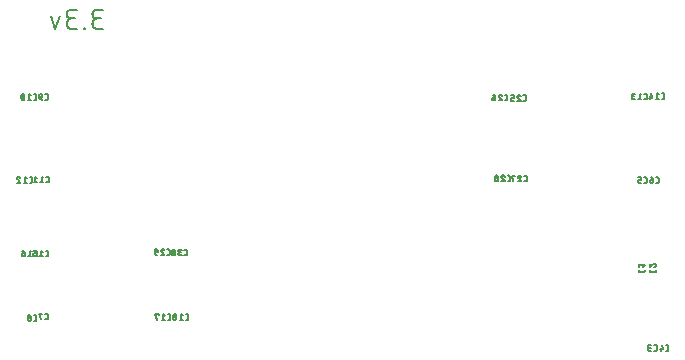
<source format=gbr>
G04 EAGLE Gerber RS-274X export*
G75*
%MOMM*%
%FSLAX34Y34*%
%LPD*%
%INSilkscreen Bottom*%
%IPPOS*%
%AMOC8*
5,1,8,0,0,1.08239X$1,22.5*%
G01*
%ADD10C,0.152400*%
%ADD11C,0.127000*%


D10*
X185870Y306324D02*
X181354Y306324D01*
X181221Y306326D01*
X181089Y306332D01*
X180957Y306342D01*
X180825Y306355D01*
X180693Y306373D01*
X180563Y306394D01*
X180432Y306419D01*
X180303Y306448D01*
X180175Y306481D01*
X180047Y306517D01*
X179921Y306557D01*
X179796Y306601D01*
X179672Y306649D01*
X179550Y306700D01*
X179429Y306755D01*
X179310Y306813D01*
X179192Y306875D01*
X179077Y306940D01*
X178963Y307009D01*
X178852Y307080D01*
X178743Y307156D01*
X178636Y307234D01*
X178531Y307315D01*
X178429Y307400D01*
X178329Y307487D01*
X178232Y307577D01*
X178137Y307670D01*
X178046Y307766D01*
X177957Y307864D01*
X177871Y307965D01*
X177788Y308069D01*
X177708Y308175D01*
X177632Y308283D01*
X177558Y308393D01*
X177488Y308506D01*
X177421Y308620D01*
X177358Y308737D01*
X177298Y308855D01*
X177241Y308975D01*
X177188Y309097D01*
X177139Y309220D01*
X177093Y309344D01*
X177051Y309470D01*
X177013Y309597D01*
X176978Y309725D01*
X176947Y309854D01*
X176920Y309983D01*
X176897Y310114D01*
X176877Y310245D01*
X176862Y310377D01*
X176850Y310509D01*
X176842Y310641D01*
X176838Y310774D01*
X176838Y310906D01*
X176842Y311039D01*
X176850Y311171D01*
X176862Y311303D01*
X176877Y311435D01*
X176897Y311566D01*
X176920Y311697D01*
X176947Y311826D01*
X176978Y311955D01*
X177013Y312083D01*
X177051Y312210D01*
X177093Y312336D01*
X177139Y312460D01*
X177188Y312583D01*
X177241Y312705D01*
X177298Y312825D01*
X177358Y312943D01*
X177421Y313060D01*
X177488Y313174D01*
X177558Y313287D01*
X177632Y313397D01*
X177708Y313505D01*
X177788Y313611D01*
X177871Y313715D01*
X177957Y313816D01*
X178046Y313914D01*
X178137Y314010D01*
X178232Y314103D01*
X178329Y314193D01*
X178429Y314280D01*
X178531Y314365D01*
X178636Y314446D01*
X178743Y314524D01*
X178852Y314600D01*
X178963Y314671D01*
X179077Y314740D01*
X179192Y314805D01*
X179310Y314867D01*
X179429Y314925D01*
X179550Y314980D01*
X179672Y315031D01*
X179796Y315079D01*
X179921Y315123D01*
X180047Y315163D01*
X180175Y315199D01*
X180303Y315232D01*
X180432Y315261D01*
X180563Y315286D01*
X180693Y315307D01*
X180825Y315325D01*
X180957Y315338D01*
X181089Y315348D01*
X181221Y315354D01*
X181354Y315356D01*
X180451Y322580D02*
X185870Y322580D01*
X180451Y322580D02*
X180332Y322578D01*
X180212Y322572D01*
X180093Y322562D01*
X179975Y322548D01*
X179856Y322531D01*
X179739Y322509D01*
X179622Y322484D01*
X179507Y322454D01*
X179392Y322421D01*
X179278Y322384D01*
X179166Y322344D01*
X179055Y322299D01*
X178946Y322251D01*
X178838Y322200D01*
X178732Y322145D01*
X178628Y322086D01*
X178526Y322024D01*
X178426Y321959D01*
X178328Y321890D01*
X178232Y321818D01*
X178139Y321743D01*
X178049Y321666D01*
X177961Y321585D01*
X177876Y321501D01*
X177794Y321414D01*
X177714Y321325D01*
X177638Y321233D01*
X177564Y321139D01*
X177494Y321042D01*
X177427Y320944D01*
X177363Y320843D01*
X177303Y320739D01*
X177246Y320634D01*
X177193Y320527D01*
X177143Y320419D01*
X177097Y320309D01*
X177055Y320197D01*
X177016Y320084D01*
X176981Y319970D01*
X176950Y319855D01*
X176922Y319738D01*
X176899Y319621D01*
X176879Y319504D01*
X176863Y319385D01*
X176851Y319266D01*
X176843Y319147D01*
X176839Y319028D01*
X176839Y318908D01*
X176843Y318789D01*
X176851Y318670D01*
X176863Y318551D01*
X176879Y318432D01*
X176899Y318315D01*
X176922Y318198D01*
X176950Y318081D01*
X176981Y317966D01*
X177016Y317852D01*
X177055Y317739D01*
X177097Y317627D01*
X177143Y317517D01*
X177193Y317409D01*
X177246Y317302D01*
X177303Y317197D01*
X177363Y317093D01*
X177427Y316992D01*
X177494Y316894D01*
X177564Y316797D01*
X177638Y316703D01*
X177714Y316611D01*
X177794Y316522D01*
X177876Y316435D01*
X177961Y316351D01*
X178049Y316270D01*
X178139Y316193D01*
X178232Y316118D01*
X178328Y316046D01*
X178426Y315977D01*
X178526Y315912D01*
X178628Y315850D01*
X178732Y315791D01*
X178838Y315736D01*
X178946Y315685D01*
X179055Y315637D01*
X179166Y315592D01*
X179278Y315552D01*
X179392Y315515D01*
X179507Y315482D01*
X179622Y315452D01*
X179739Y315427D01*
X179856Y315405D01*
X179975Y315388D01*
X180093Y315374D01*
X180212Y315364D01*
X180332Y315358D01*
X180451Y315356D01*
X180451Y315355D02*
X184064Y315355D01*
X170864Y307227D02*
X170864Y306324D01*
X170864Y307227D02*
X169961Y307227D01*
X169961Y306324D01*
X170864Y306324D01*
X163986Y306324D02*
X159471Y306324D01*
X159338Y306326D01*
X159206Y306332D01*
X159074Y306342D01*
X158942Y306355D01*
X158810Y306373D01*
X158680Y306394D01*
X158549Y306419D01*
X158420Y306448D01*
X158292Y306481D01*
X158164Y306517D01*
X158038Y306557D01*
X157913Y306601D01*
X157789Y306649D01*
X157667Y306700D01*
X157546Y306755D01*
X157427Y306813D01*
X157309Y306875D01*
X157194Y306940D01*
X157080Y307009D01*
X156969Y307080D01*
X156860Y307156D01*
X156753Y307234D01*
X156648Y307315D01*
X156546Y307400D01*
X156446Y307487D01*
X156349Y307577D01*
X156254Y307670D01*
X156163Y307766D01*
X156074Y307864D01*
X155988Y307965D01*
X155905Y308069D01*
X155825Y308175D01*
X155749Y308283D01*
X155675Y308393D01*
X155605Y308506D01*
X155538Y308620D01*
X155475Y308737D01*
X155415Y308855D01*
X155358Y308975D01*
X155305Y309097D01*
X155256Y309220D01*
X155210Y309344D01*
X155168Y309470D01*
X155130Y309597D01*
X155095Y309725D01*
X155064Y309854D01*
X155037Y309983D01*
X155014Y310114D01*
X154994Y310245D01*
X154979Y310377D01*
X154967Y310509D01*
X154959Y310641D01*
X154955Y310774D01*
X154955Y310906D01*
X154959Y311039D01*
X154967Y311171D01*
X154979Y311303D01*
X154994Y311435D01*
X155014Y311566D01*
X155037Y311697D01*
X155064Y311826D01*
X155095Y311955D01*
X155130Y312083D01*
X155168Y312210D01*
X155210Y312336D01*
X155256Y312460D01*
X155305Y312583D01*
X155358Y312705D01*
X155415Y312825D01*
X155475Y312943D01*
X155538Y313060D01*
X155605Y313174D01*
X155675Y313287D01*
X155749Y313397D01*
X155825Y313505D01*
X155905Y313611D01*
X155988Y313715D01*
X156074Y313816D01*
X156163Y313914D01*
X156254Y314010D01*
X156349Y314103D01*
X156446Y314193D01*
X156546Y314280D01*
X156648Y314365D01*
X156753Y314446D01*
X156860Y314524D01*
X156969Y314600D01*
X157080Y314671D01*
X157194Y314740D01*
X157309Y314805D01*
X157427Y314867D01*
X157546Y314925D01*
X157667Y314980D01*
X157789Y315031D01*
X157913Y315079D01*
X158038Y315123D01*
X158164Y315163D01*
X158292Y315199D01*
X158420Y315232D01*
X158549Y315261D01*
X158680Y315286D01*
X158810Y315307D01*
X158942Y315325D01*
X159074Y315338D01*
X159206Y315348D01*
X159338Y315354D01*
X159471Y315356D01*
X158568Y322580D02*
X163986Y322580D01*
X158568Y322580D02*
X158449Y322578D01*
X158329Y322572D01*
X158210Y322562D01*
X158092Y322548D01*
X157973Y322531D01*
X157856Y322509D01*
X157739Y322484D01*
X157624Y322454D01*
X157509Y322421D01*
X157395Y322384D01*
X157283Y322344D01*
X157172Y322299D01*
X157063Y322251D01*
X156955Y322200D01*
X156849Y322145D01*
X156745Y322086D01*
X156643Y322024D01*
X156543Y321959D01*
X156445Y321890D01*
X156349Y321818D01*
X156256Y321743D01*
X156166Y321666D01*
X156078Y321585D01*
X155993Y321501D01*
X155911Y321414D01*
X155831Y321325D01*
X155755Y321233D01*
X155681Y321139D01*
X155611Y321042D01*
X155544Y320944D01*
X155480Y320843D01*
X155420Y320739D01*
X155363Y320634D01*
X155310Y320527D01*
X155260Y320419D01*
X155214Y320309D01*
X155172Y320197D01*
X155133Y320084D01*
X155098Y319970D01*
X155067Y319855D01*
X155039Y319738D01*
X155016Y319621D01*
X154996Y319504D01*
X154980Y319385D01*
X154968Y319266D01*
X154960Y319147D01*
X154956Y319028D01*
X154956Y318908D01*
X154960Y318789D01*
X154968Y318670D01*
X154980Y318551D01*
X154996Y318432D01*
X155016Y318315D01*
X155039Y318198D01*
X155067Y318081D01*
X155098Y317966D01*
X155133Y317852D01*
X155172Y317739D01*
X155214Y317627D01*
X155260Y317517D01*
X155310Y317409D01*
X155363Y317302D01*
X155420Y317197D01*
X155480Y317093D01*
X155544Y316992D01*
X155611Y316894D01*
X155681Y316797D01*
X155755Y316703D01*
X155831Y316611D01*
X155911Y316522D01*
X155993Y316435D01*
X156078Y316351D01*
X156166Y316270D01*
X156256Y316193D01*
X156349Y316118D01*
X156445Y316046D01*
X156543Y315977D01*
X156643Y315912D01*
X156745Y315850D01*
X156849Y315791D01*
X156955Y315736D01*
X157063Y315685D01*
X157172Y315637D01*
X157283Y315592D01*
X157395Y315552D01*
X157509Y315515D01*
X157624Y315482D01*
X157739Y315452D01*
X157856Y315427D01*
X157973Y315405D01*
X158092Y315388D01*
X158210Y315374D01*
X158329Y315364D01*
X158449Y315358D01*
X158568Y315356D01*
X158568Y315355D02*
X162180Y315355D01*
X149015Y317161D02*
X145403Y306324D01*
X141790Y317161D01*
D11*
X639413Y102390D02*
X639413Y101318D01*
X639415Y101253D01*
X639421Y101189D01*
X639431Y101125D01*
X639444Y101061D01*
X639462Y100999D01*
X639483Y100938D01*
X639507Y100878D01*
X639536Y100820D01*
X639568Y100763D01*
X639603Y100709D01*
X639641Y100657D01*
X639683Y100607D01*
X639727Y100560D01*
X639774Y100516D01*
X639824Y100474D01*
X639876Y100436D01*
X639930Y100401D01*
X639987Y100369D01*
X640045Y100340D01*
X640105Y100316D01*
X640166Y100295D01*
X640228Y100277D01*
X640292Y100264D01*
X640356Y100254D01*
X640420Y100248D01*
X640485Y100246D01*
X640485Y100245D02*
X643167Y100245D01*
X643167Y100246D02*
X643232Y100248D01*
X643296Y100254D01*
X643360Y100264D01*
X643424Y100277D01*
X643486Y100295D01*
X643547Y100316D01*
X643607Y100340D01*
X643665Y100369D01*
X643722Y100401D01*
X643776Y100436D01*
X643828Y100474D01*
X643878Y100516D01*
X643925Y100560D01*
X643969Y100607D01*
X644011Y100657D01*
X644049Y100709D01*
X644084Y100763D01*
X644116Y100820D01*
X644145Y100878D01*
X644169Y100938D01*
X644190Y100999D01*
X644208Y101061D01*
X644221Y101125D01*
X644231Y101189D01*
X644237Y101253D01*
X644239Y101318D01*
X644239Y102390D01*
X643167Y104846D02*
X644239Y106186D01*
X639413Y106186D01*
X639413Y104846D02*
X639413Y107527D01*
X648811Y102390D02*
X648811Y101318D01*
X648813Y101253D01*
X648819Y101189D01*
X648829Y101125D01*
X648842Y101061D01*
X648860Y100999D01*
X648881Y100938D01*
X648905Y100878D01*
X648934Y100820D01*
X648966Y100763D01*
X649001Y100709D01*
X649039Y100657D01*
X649081Y100607D01*
X649125Y100560D01*
X649172Y100516D01*
X649222Y100474D01*
X649274Y100436D01*
X649328Y100401D01*
X649385Y100369D01*
X649443Y100340D01*
X649503Y100316D01*
X649564Y100295D01*
X649626Y100277D01*
X649690Y100264D01*
X649754Y100254D01*
X649818Y100248D01*
X649883Y100246D01*
X649883Y100245D02*
X652565Y100245D01*
X652565Y100246D02*
X652630Y100248D01*
X652694Y100254D01*
X652758Y100264D01*
X652822Y100277D01*
X652884Y100295D01*
X652945Y100316D01*
X653005Y100340D01*
X653063Y100369D01*
X653120Y100401D01*
X653174Y100436D01*
X653226Y100474D01*
X653276Y100516D01*
X653323Y100560D01*
X653367Y100607D01*
X653409Y100657D01*
X653447Y100709D01*
X653482Y100763D01*
X653514Y100820D01*
X653543Y100878D01*
X653567Y100938D01*
X653588Y100999D01*
X653606Y101061D01*
X653619Y101125D01*
X653629Y101189D01*
X653635Y101253D01*
X653637Y101318D01*
X653637Y102390D01*
X653637Y106320D02*
X653635Y106388D01*
X653629Y106455D01*
X653620Y106522D01*
X653607Y106589D01*
X653590Y106654D01*
X653569Y106719D01*
X653545Y106782D01*
X653517Y106844D01*
X653486Y106904D01*
X653452Y106962D01*
X653414Y107018D01*
X653374Y107073D01*
X653330Y107124D01*
X653283Y107173D01*
X653234Y107220D01*
X653183Y107264D01*
X653128Y107304D01*
X653072Y107342D01*
X653014Y107376D01*
X652954Y107407D01*
X652892Y107435D01*
X652829Y107459D01*
X652764Y107480D01*
X652699Y107497D01*
X652632Y107510D01*
X652565Y107519D01*
X652498Y107525D01*
X652430Y107527D01*
X653637Y106320D02*
X653635Y106242D01*
X653629Y106164D01*
X653619Y106087D01*
X653606Y106010D01*
X653588Y105934D01*
X653567Y105859D01*
X653542Y105785D01*
X653513Y105713D01*
X653481Y105642D01*
X653445Y105573D01*
X653406Y105505D01*
X653363Y105440D01*
X653317Y105377D01*
X653268Y105316D01*
X653216Y105258D01*
X653161Y105203D01*
X653104Y105150D01*
X653044Y105101D01*
X652981Y105054D01*
X652916Y105011D01*
X652850Y104971D01*
X652781Y104934D01*
X652710Y104901D01*
X652638Y104871D01*
X652565Y104845D01*
X651492Y107125D02*
X651541Y107174D01*
X651593Y107221D01*
X651648Y107264D01*
X651705Y107305D01*
X651764Y107343D01*
X651825Y107377D01*
X651888Y107408D01*
X651952Y107436D01*
X652018Y107460D01*
X652084Y107480D01*
X652152Y107497D01*
X652221Y107510D01*
X652290Y107519D01*
X652360Y107525D01*
X652430Y107527D01*
X651492Y107125D02*
X648811Y104846D01*
X648811Y107527D01*
X652498Y33877D02*
X653570Y33877D01*
X653635Y33879D01*
X653699Y33885D01*
X653763Y33895D01*
X653827Y33908D01*
X653889Y33926D01*
X653950Y33947D01*
X654010Y33971D01*
X654068Y34000D01*
X654125Y34032D01*
X654179Y34067D01*
X654231Y34105D01*
X654281Y34147D01*
X654328Y34191D01*
X654372Y34238D01*
X654414Y34288D01*
X654452Y34340D01*
X654487Y34394D01*
X654519Y34451D01*
X654548Y34509D01*
X654572Y34569D01*
X654593Y34630D01*
X654611Y34692D01*
X654624Y34756D01*
X654634Y34820D01*
X654640Y34884D01*
X654642Y34949D01*
X654643Y34949D02*
X654643Y37631D01*
X654642Y37631D02*
X654640Y37696D01*
X654634Y37760D01*
X654624Y37824D01*
X654611Y37888D01*
X654593Y37950D01*
X654572Y38011D01*
X654548Y38071D01*
X654519Y38129D01*
X654487Y38186D01*
X654452Y38240D01*
X654414Y38292D01*
X654372Y38342D01*
X654328Y38389D01*
X654281Y38433D01*
X654231Y38475D01*
X654179Y38513D01*
X654125Y38548D01*
X654068Y38580D01*
X654010Y38609D01*
X653950Y38633D01*
X653889Y38654D01*
X653827Y38672D01*
X653763Y38685D01*
X653699Y38695D01*
X653635Y38701D01*
X653570Y38703D01*
X652498Y38703D01*
X650042Y33877D02*
X648702Y33877D01*
X648631Y33879D01*
X648559Y33885D01*
X648489Y33894D01*
X648419Y33907D01*
X648349Y33924D01*
X648281Y33945D01*
X648214Y33969D01*
X648148Y33997D01*
X648084Y34028D01*
X648021Y34063D01*
X647961Y34101D01*
X647902Y34142D01*
X647846Y34186D01*
X647792Y34233D01*
X647741Y34282D01*
X647693Y34335D01*
X647647Y34390D01*
X647605Y34447D01*
X647565Y34507D01*
X647529Y34568D01*
X647496Y34632D01*
X647467Y34697D01*
X647441Y34763D01*
X647418Y34831D01*
X647399Y34900D01*
X647384Y34970D01*
X647373Y35040D01*
X647365Y35111D01*
X647361Y35182D01*
X647361Y35254D01*
X647365Y35325D01*
X647373Y35396D01*
X647384Y35466D01*
X647399Y35536D01*
X647418Y35605D01*
X647441Y35673D01*
X647467Y35739D01*
X647496Y35804D01*
X647529Y35868D01*
X647565Y35929D01*
X647605Y35989D01*
X647647Y36046D01*
X647693Y36101D01*
X647741Y36154D01*
X647792Y36203D01*
X647846Y36250D01*
X647902Y36294D01*
X647961Y36335D01*
X648021Y36373D01*
X648084Y36408D01*
X648148Y36439D01*
X648214Y36467D01*
X648281Y36491D01*
X648349Y36512D01*
X648419Y36529D01*
X648489Y36542D01*
X648559Y36551D01*
X648631Y36557D01*
X648702Y36559D01*
X648434Y38703D02*
X650042Y38703D01*
X648434Y38703D02*
X648369Y38701D01*
X648305Y38695D01*
X648241Y38685D01*
X648177Y38672D01*
X648115Y38654D01*
X648054Y38633D01*
X647994Y38609D01*
X647936Y38580D01*
X647879Y38548D01*
X647825Y38513D01*
X647773Y38475D01*
X647723Y38433D01*
X647676Y38389D01*
X647632Y38342D01*
X647590Y38292D01*
X647552Y38240D01*
X647517Y38186D01*
X647485Y38129D01*
X647456Y38071D01*
X647432Y38011D01*
X647411Y37950D01*
X647393Y37888D01*
X647380Y37824D01*
X647370Y37760D01*
X647364Y37696D01*
X647362Y37631D01*
X647364Y37566D01*
X647370Y37502D01*
X647380Y37438D01*
X647393Y37374D01*
X647411Y37312D01*
X647432Y37251D01*
X647456Y37191D01*
X647485Y37133D01*
X647517Y37076D01*
X647552Y37022D01*
X647590Y36970D01*
X647632Y36920D01*
X647676Y36873D01*
X647723Y36829D01*
X647773Y36787D01*
X647825Y36749D01*
X647879Y36714D01*
X647936Y36682D01*
X647994Y36653D01*
X648054Y36629D01*
X648115Y36608D01*
X648177Y36590D01*
X648241Y36577D01*
X648305Y36567D01*
X648369Y36561D01*
X648434Y36559D01*
X648434Y36558D02*
X649506Y36558D01*
X662150Y33877D02*
X663222Y33877D01*
X663287Y33879D01*
X663351Y33885D01*
X663415Y33895D01*
X663479Y33908D01*
X663541Y33926D01*
X663602Y33947D01*
X663662Y33971D01*
X663720Y34000D01*
X663777Y34032D01*
X663831Y34067D01*
X663883Y34105D01*
X663933Y34147D01*
X663980Y34191D01*
X664024Y34238D01*
X664066Y34288D01*
X664104Y34340D01*
X664139Y34394D01*
X664171Y34451D01*
X664200Y34509D01*
X664224Y34569D01*
X664245Y34630D01*
X664263Y34692D01*
X664276Y34756D01*
X664286Y34820D01*
X664292Y34884D01*
X664294Y34949D01*
X664295Y34949D02*
X664295Y37631D01*
X664294Y37631D02*
X664292Y37696D01*
X664286Y37760D01*
X664276Y37824D01*
X664263Y37888D01*
X664245Y37950D01*
X664224Y38011D01*
X664200Y38071D01*
X664171Y38129D01*
X664139Y38186D01*
X664104Y38240D01*
X664066Y38292D01*
X664024Y38342D01*
X663980Y38389D01*
X663933Y38433D01*
X663883Y38475D01*
X663831Y38513D01*
X663777Y38548D01*
X663720Y38580D01*
X663662Y38609D01*
X663602Y38633D01*
X663541Y38654D01*
X663479Y38672D01*
X663415Y38685D01*
X663351Y38695D01*
X663287Y38701D01*
X663222Y38703D01*
X662150Y38703D01*
X658622Y38703D02*
X659694Y34949D01*
X657013Y34949D01*
X657817Y36022D02*
X657817Y33877D01*
X644934Y176117D02*
X643862Y176117D01*
X644934Y176117D02*
X644999Y176119D01*
X645063Y176125D01*
X645127Y176135D01*
X645191Y176148D01*
X645253Y176166D01*
X645314Y176187D01*
X645374Y176211D01*
X645432Y176240D01*
X645489Y176272D01*
X645543Y176307D01*
X645595Y176345D01*
X645645Y176387D01*
X645692Y176431D01*
X645736Y176478D01*
X645778Y176528D01*
X645816Y176580D01*
X645851Y176634D01*
X645883Y176691D01*
X645912Y176749D01*
X645936Y176809D01*
X645957Y176870D01*
X645975Y176932D01*
X645988Y176996D01*
X645998Y177060D01*
X646004Y177124D01*
X646006Y177189D01*
X646007Y177189D02*
X646007Y179871D01*
X646006Y179871D02*
X646004Y179936D01*
X645998Y180000D01*
X645988Y180064D01*
X645975Y180128D01*
X645957Y180190D01*
X645936Y180251D01*
X645912Y180311D01*
X645883Y180369D01*
X645851Y180426D01*
X645816Y180480D01*
X645778Y180532D01*
X645736Y180582D01*
X645692Y180629D01*
X645645Y180673D01*
X645595Y180715D01*
X645543Y180753D01*
X645489Y180788D01*
X645432Y180820D01*
X645374Y180849D01*
X645314Y180873D01*
X645253Y180894D01*
X645191Y180912D01*
X645127Y180925D01*
X645063Y180935D01*
X644999Y180941D01*
X644934Y180943D01*
X643862Y180943D01*
X641406Y176117D02*
X639798Y176117D01*
X639733Y176119D01*
X639669Y176125D01*
X639605Y176135D01*
X639541Y176148D01*
X639479Y176166D01*
X639418Y176187D01*
X639358Y176211D01*
X639300Y176240D01*
X639243Y176272D01*
X639189Y176307D01*
X639137Y176345D01*
X639087Y176387D01*
X639040Y176431D01*
X638996Y176478D01*
X638954Y176528D01*
X638916Y176580D01*
X638881Y176634D01*
X638849Y176691D01*
X638820Y176749D01*
X638796Y176809D01*
X638775Y176870D01*
X638757Y176932D01*
X638744Y176996D01*
X638734Y177060D01*
X638728Y177124D01*
X638726Y177189D01*
X638725Y177189D02*
X638725Y177726D01*
X638726Y177726D02*
X638728Y177791D01*
X638734Y177855D01*
X638744Y177919D01*
X638757Y177983D01*
X638775Y178045D01*
X638796Y178106D01*
X638820Y178166D01*
X638849Y178224D01*
X638881Y178281D01*
X638916Y178335D01*
X638954Y178387D01*
X638996Y178437D01*
X639040Y178484D01*
X639087Y178528D01*
X639137Y178570D01*
X639189Y178608D01*
X639243Y178643D01*
X639300Y178675D01*
X639358Y178704D01*
X639418Y178728D01*
X639479Y178749D01*
X639541Y178767D01*
X639605Y178780D01*
X639669Y178790D01*
X639733Y178796D01*
X639798Y178798D01*
X641406Y178798D01*
X641406Y180943D01*
X638725Y180943D01*
X654022Y176181D02*
X655094Y176181D01*
X655159Y176183D01*
X655223Y176189D01*
X655287Y176199D01*
X655351Y176212D01*
X655413Y176230D01*
X655474Y176251D01*
X655534Y176275D01*
X655592Y176304D01*
X655649Y176336D01*
X655703Y176371D01*
X655755Y176409D01*
X655805Y176451D01*
X655852Y176495D01*
X655896Y176542D01*
X655938Y176592D01*
X655976Y176644D01*
X656011Y176698D01*
X656043Y176755D01*
X656072Y176813D01*
X656096Y176873D01*
X656117Y176934D01*
X656135Y176996D01*
X656148Y177060D01*
X656158Y177124D01*
X656164Y177188D01*
X656166Y177253D01*
X656167Y177253D02*
X656167Y179935D01*
X656166Y179935D02*
X656164Y180000D01*
X656158Y180064D01*
X656148Y180128D01*
X656135Y180192D01*
X656117Y180254D01*
X656096Y180315D01*
X656072Y180375D01*
X656043Y180433D01*
X656011Y180490D01*
X655976Y180544D01*
X655938Y180596D01*
X655896Y180646D01*
X655852Y180693D01*
X655805Y180737D01*
X655755Y180779D01*
X655703Y180817D01*
X655649Y180852D01*
X655592Y180884D01*
X655534Y180913D01*
X655474Y180937D01*
X655413Y180958D01*
X655351Y180976D01*
X655287Y180989D01*
X655223Y180999D01*
X655159Y181005D01*
X655094Y181007D01*
X654022Y181007D01*
X651566Y178862D02*
X649958Y178862D01*
X649893Y178860D01*
X649829Y178854D01*
X649765Y178844D01*
X649701Y178831D01*
X649639Y178813D01*
X649578Y178792D01*
X649518Y178768D01*
X649460Y178739D01*
X649403Y178707D01*
X649349Y178672D01*
X649297Y178634D01*
X649247Y178592D01*
X649200Y178548D01*
X649156Y178501D01*
X649114Y178451D01*
X649076Y178399D01*
X649041Y178345D01*
X649009Y178288D01*
X648980Y178230D01*
X648956Y178170D01*
X648935Y178109D01*
X648917Y178047D01*
X648904Y177983D01*
X648894Y177919D01*
X648888Y177855D01*
X648886Y177790D01*
X648885Y177790D02*
X648885Y177522D01*
X648887Y177451D01*
X648893Y177379D01*
X648902Y177309D01*
X648915Y177239D01*
X648932Y177169D01*
X648953Y177101D01*
X648977Y177034D01*
X649005Y176968D01*
X649036Y176904D01*
X649071Y176841D01*
X649109Y176781D01*
X649150Y176722D01*
X649194Y176666D01*
X649241Y176612D01*
X649290Y176561D01*
X649343Y176513D01*
X649398Y176467D01*
X649455Y176425D01*
X649515Y176385D01*
X649576Y176349D01*
X649640Y176316D01*
X649705Y176287D01*
X649771Y176261D01*
X649839Y176238D01*
X649908Y176219D01*
X649978Y176204D01*
X650048Y176193D01*
X650119Y176185D01*
X650190Y176181D01*
X650262Y176181D01*
X650333Y176185D01*
X650404Y176193D01*
X650474Y176204D01*
X650544Y176219D01*
X650613Y176238D01*
X650681Y176261D01*
X650747Y176287D01*
X650812Y176316D01*
X650876Y176349D01*
X650937Y176385D01*
X650997Y176425D01*
X651054Y176467D01*
X651109Y176513D01*
X651162Y176561D01*
X651211Y176612D01*
X651258Y176666D01*
X651302Y176722D01*
X651343Y176781D01*
X651381Y176841D01*
X651416Y176904D01*
X651447Y176968D01*
X651475Y177034D01*
X651499Y177101D01*
X651520Y177169D01*
X651537Y177239D01*
X651550Y177309D01*
X651559Y177379D01*
X651565Y177451D01*
X651567Y177522D01*
X651566Y177522D02*
X651566Y178862D01*
X651564Y178953D01*
X651558Y179044D01*
X651549Y179134D01*
X651535Y179225D01*
X651518Y179314D01*
X651497Y179402D01*
X651472Y179490D01*
X651443Y179577D01*
X651411Y179662D01*
X651376Y179746D01*
X651336Y179828D01*
X651294Y179908D01*
X651248Y179987D01*
X651198Y180063D01*
X651146Y180137D01*
X651090Y180210D01*
X651031Y180279D01*
X650970Y180346D01*
X650905Y180411D01*
X650838Y180472D01*
X650769Y180531D01*
X650696Y180587D01*
X650622Y180639D01*
X650546Y180689D01*
X650467Y180735D01*
X650387Y180777D01*
X650305Y180817D01*
X650221Y180852D01*
X650136Y180884D01*
X650049Y180913D01*
X649961Y180938D01*
X649873Y180959D01*
X649784Y180976D01*
X649693Y180990D01*
X649603Y180999D01*
X649512Y181005D01*
X649421Y181007D01*
X137950Y60357D02*
X136878Y60357D01*
X137950Y60357D02*
X138015Y60359D01*
X138079Y60365D01*
X138143Y60375D01*
X138207Y60388D01*
X138269Y60406D01*
X138330Y60427D01*
X138390Y60451D01*
X138448Y60480D01*
X138505Y60512D01*
X138559Y60547D01*
X138611Y60585D01*
X138661Y60627D01*
X138708Y60671D01*
X138752Y60718D01*
X138794Y60768D01*
X138832Y60820D01*
X138867Y60874D01*
X138899Y60931D01*
X138928Y60989D01*
X138952Y61049D01*
X138973Y61110D01*
X138991Y61172D01*
X139004Y61236D01*
X139014Y61300D01*
X139020Y61364D01*
X139022Y61429D01*
X139023Y61429D02*
X139023Y64111D01*
X139022Y64111D02*
X139020Y64176D01*
X139014Y64240D01*
X139004Y64304D01*
X138991Y64368D01*
X138973Y64430D01*
X138952Y64491D01*
X138928Y64551D01*
X138899Y64609D01*
X138867Y64666D01*
X138832Y64720D01*
X138794Y64772D01*
X138752Y64822D01*
X138708Y64869D01*
X138661Y64913D01*
X138611Y64955D01*
X138559Y64993D01*
X138505Y65028D01*
X138448Y65060D01*
X138390Y65089D01*
X138330Y65113D01*
X138269Y65134D01*
X138207Y65152D01*
X138143Y65165D01*
X138079Y65175D01*
X138015Y65181D01*
X137950Y65183D01*
X136878Y65183D01*
X134422Y65183D02*
X134422Y64647D01*
X134422Y65183D02*
X131741Y65183D01*
X133082Y60357D01*
X128298Y59341D02*
X127226Y59341D01*
X128298Y59341D02*
X128363Y59343D01*
X128427Y59349D01*
X128491Y59359D01*
X128555Y59372D01*
X128617Y59390D01*
X128678Y59411D01*
X128738Y59435D01*
X128796Y59464D01*
X128853Y59496D01*
X128907Y59531D01*
X128959Y59569D01*
X129009Y59611D01*
X129056Y59655D01*
X129100Y59702D01*
X129142Y59752D01*
X129180Y59804D01*
X129215Y59858D01*
X129247Y59915D01*
X129276Y59973D01*
X129300Y60033D01*
X129321Y60094D01*
X129339Y60156D01*
X129352Y60220D01*
X129362Y60284D01*
X129368Y60348D01*
X129370Y60413D01*
X129371Y60413D02*
X129371Y63095D01*
X129370Y63095D02*
X129368Y63160D01*
X129362Y63224D01*
X129352Y63288D01*
X129339Y63352D01*
X129321Y63414D01*
X129300Y63475D01*
X129276Y63535D01*
X129247Y63593D01*
X129215Y63650D01*
X129180Y63704D01*
X129142Y63756D01*
X129100Y63806D01*
X129056Y63853D01*
X129009Y63897D01*
X128959Y63939D01*
X128907Y63977D01*
X128853Y64012D01*
X128796Y64044D01*
X128738Y64073D01*
X128678Y64097D01*
X128617Y64118D01*
X128555Y64136D01*
X128491Y64149D01*
X128427Y64159D01*
X128363Y64165D01*
X128298Y64167D01*
X127226Y64167D01*
X124771Y60682D02*
X124769Y60753D01*
X124763Y60825D01*
X124754Y60895D01*
X124741Y60965D01*
X124724Y61035D01*
X124703Y61103D01*
X124679Y61170D01*
X124651Y61236D01*
X124620Y61300D01*
X124585Y61363D01*
X124547Y61423D01*
X124506Y61482D01*
X124462Y61538D01*
X124415Y61592D01*
X124366Y61643D01*
X124313Y61691D01*
X124258Y61737D01*
X124201Y61779D01*
X124141Y61819D01*
X124080Y61855D01*
X124016Y61888D01*
X123951Y61917D01*
X123885Y61943D01*
X123817Y61966D01*
X123748Y61985D01*
X123678Y62000D01*
X123608Y62011D01*
X123537Y62019D01*
X123466Y62023D01*
X123394Y62023D01*
X123323Y62019D01*
X123252Y62011D01*
X123182Y62000D01*
X123112Y61985D01*
X123043Y61966D01*
X122975Y61943D01*
X122909Y61917D01*
X122844Y61888D01*
X122780Y61855D01*
X122719Y61819D01*
X122659Y61779D01*
X122602Y61737D01*
X122547Y61691D01*
X122494Y61643D01*
X122445Y61592D01*
X122398Y61538D01*
X122354Y61482D01*
X122313Y61423D01*
X122275Y61363D01*
X122240Y61300D01*
X122209Y61236D01*
X122181Y61170D01*
X122157Y61103D01*
X122136Y61035D01*
X122119Y60965D01*
X122106Y60895D01*
X122097Y60825D01*
X122091Y60753D01*
X122089Y60682D01*
X122091Y60611D01*
X122097Y60539D01*
X122106Y60469D01*
X122119Y60399D01*
X122136Y60329D01*
X122157Y60261D01*
X122181Y60194D01*
X122209Y60128D01*
X122240Y60064D01*
X122275Y60001D01*
X122313Y59941D01*
X122354Y59882D01*
X122398Y59826D01*
X122445Y59772D01*
X122494Y59721D01*
X122547Y59673D01*
X122602Y59627D01*
X122659Y59585D01*
X122719Y59545D01*
X122780Y59509D01*
X122844Y59476D01*
X122909Y59447D01*
X122975Y59421D01*
X123043Y59398D01*
X123112Y59379D01*
X123182Y59364D01*
X123252Y59353D01*
X123323Y59345D01*
X123394Y59341D01*
X123466Y59341D01*
X123537Y59345D01*
X123608Y59353D01*
X123678Y59364D01*
X123748Y59379D01*
X123817Y59398D01*
X123885Y59421D01*
X123951Y59447D01*
X124016Y59476D01*
X124080Y59509D01*
X124141Y59545D01*
X124201Y59585D01*
X124258Y59627D01*
X124313Y59673D01*
X124366Y59721D01*
X124415Y59772D01*
X124462Y59826D01*
X124506Y59882D01*
X124547Y59941D01*
X124585Y60001D01*
X124620Y60064D01*
X124651Y60128D01*
X124679Y60194D01*
X124703Y60261D01*
X124724Y60329D01*
X124741Y60399D01*
X124754Y60469D01*
X124763Y60539D01*
X124769Y60611D01*
X124771Y60682D01*
X124502Y63095D02*
X124500Y63160D01*
X124494Y63224D01*
X124484Y63288D01*
X124471Y63352D01*
X124453Y63414D01*
X124432Y63475D01*
X124408Y63535D01*
X124379Y63593D01*
X124347Y63650D01*
X124312Y63704D01*
X124274Y63756D01*
X124232Y63806D01*
X124188Y63853D01*
X124141Y63897D01*
X124091Y63939D01*
X124039Y63977D01*
X123985Y64012D01*
X123928Y64044D01*
X123870Y64073D01*
X123810Y64097D01*
X123749Y64118D01*
X123687Y64136D01*
X123623Y64149D01*
X123559Y64159D01*
X123495Y64165D01*
X123430Y64167D01*
X123365Y64165D01*
X123301Y64159D01*
X123237Y64149D01*
X123173Y64136D01*
X123111Y64118D01*
X123050Y64097D01*
X122990Y64073D01*
X122932Y64044D01*
X122875Y64012D01*
X122821Y63977D01*
X122769Y63939D01*
X122719Y63897D01*
X122672Y63853D01*
X122628Y63806D01*
X122586Y63756D01*
X122548Y63704D01*
X122513Y63650D01*
X122481Y63593D01*
X122452Y63535D01*
X122428Y63475D01*
X122407Y63414D01*
X122389Y63352D01*
X122376Y63288D01*
X122366Y63224D01*
X122360Y63160D01*
X122358Y63095D01*
X122360Y63030D01*
X122366Y62966D01*
X122376Y62902D01*
X122389Y62838D01*
X122407Y62776D01*
X122428Y62715D01*
X122452Y62655D01*
X122481Y62597D01*
X122513Y62540D01*
X122548Y62486D01*
X122586Y62434D01*
X122628Y62384D01*
X122672Y62337D01*
X122719Y62293D01*
X122769Y62251D01*
X122821Y62213D01*
X122875Y62178D01*
X122932Y62146D01*
X122990Y62117D01*
X123050Y62093D01*
X123111Y62072D01*
X123173Y62054D01*
X123237Y62041D01*
X123301Y62031D01*
X123365Y62025D01*
X123430Y62023D01*
X123495Y62025D01*
X123559Y62031D01*
X123623Y62041D01*
X123687Y62054D01*
X123749Y62072D01*
X123810Y62093D01*
X123870Y62117D01*
X123928Y62146D01*
X123985Y62178D01*
X124039Y62213D01*
X124091Y62251D01*
X124141Y62293D01*
X124188Y62337D01*
X124232Y62384D01*
X124274Y62434D01*
X124312Y62486D01*
X124347Y62540D01*
X124379Y62597D01*
X124408Y62655D01*
X124432Y62715D01*
X124453Y62776D01*
X124471Y62838D01*
X124484Y62902D01*
X124494Y62966D01*
X124500Y63030D01*
X124502Y63095D01*
X136878Y246539D02*
X137950Y246539D01*
X138015Y246541D01*
X138079Y246547D01*
X138143Y246557D01*
X138207Y246570D01*
X138269Y246588D01*
X138330Y246609D01*
X138390Y246633D01*
X138448Y246662D01*
X138505Y246694D01*
X138559Y246729D01*
X138611Y246767D01*
X138661Y246809D01*
X138708Y246853D01*
X138752Y246900D01*
X138794Y246950D01*
X138832Y247002D01*
X138867Y247056D01*
X138899Y247113D01*
X138928Y247171D01*
X138952Y247231D01*
X138973Y247292D01*
X138991Y247354D01*
X139004Y247418D01*
X139014Y247482D01*
X139020Y247546D01*
X139022Y247611D01*
X139023Y247611D02*
X139023Y250293D01*
X139022Y250293D02*
X139020Y250358D01*
X139014Y250422D01*
X139004Y250486D01*
X138991Y250550D01*
X138973Y250612D01*
X138952Y250673D01*
X138928Y250733D01*
X138899Y250791D01*
X138867Y250848D01*
X138832Y250902D01*
X138794Y250954D01*
X138752Y251004D01*
X138708Y251051D01*
X138661Y251095D01*
X138611Y251137D01*
X138559Y251175D01*
X138505Y251210D01*
X138448Y251242D01*
X138390Y251271D01*
X138330Y251295D01*
X138269Y251316D01*
X138207Y251334D01*
X138143Y251347D01*
X138079Y251357D01*
X138015Y251363D01*
X137950Y251365D01*
X136878Y251365D01*
X133350Y248684D02*
X131741Y248684D01*
X133350Y248684D02*
X133415Y248686D01*
X133479Y248692D01*
X133543Y248702D01*
X133607Y248715D01*
X133669Y248733D01*
X133730Y248754D01*
X133790Y248778D01*
X133848Y248807D01*
X133905Y248839D01*
X133959Y248874D01*
X134011Y248912D01*
X134061Y248954D01*
X134108Y248998D01*
X134152Y249045D01*
X134194Y249095D01*
X134232Y249147D01*
X134267Y249201D01*
X134299Y249258D01*
X134328Y249316D01*
X134352Y249376D01*
X134373Y249437D01*
X134391Y249499D01*
X134404Y249563D01*
X134414Y249627D01*
X134420Y249691D01*
X134422Y249756D01*
X134422Y250024D01*
X134423Y250024D02*
X134421Y250095D01*
X134415Y250167D01*
X134406Y250237D01*
X134393Y250307D01*
X134376Y250377D01*
X134355Y250445D01*
X134331Y250512D01*
X134303Y250578D01*
X134272Y250642D01*
X134237Y250705D01*
X134199Y250765D01*
X134158Y250824D01*
X134114Y250880D01*
X134067Y250934D01*
X134018Y250985D01*
X133965Y251033D01*
X133910Y251079D01*
X133853Y251121D01*
X133793Y251161D01*
X133732Y251197D01*
X133668Y251230D01*
X133603Y251259D01*
X133537Y251285D01*
X133469Y251308D01*
X133400Y251327D01*
X133330Y251342D01*
X133260Y251353D01*
X133189Y251361D01*
X133118Y251365D01*
X133046Y251365D01*
X132975Y251361D01*
X132904Y251353D01*
X132834Y251342D01*
X132764Y251327D01*
X132695Y251308D01*
X132627Y251285D01*
X132561Y251259D01*
X132496Y251230D01*
X132432Y251197D01*
X132371Y251161D01*
X132311Y251121D01*
X132254Y251079D01*
X132199Y251033D01*
X132146Y250985D01*
X132097Y250934D01*
X132050Y250880D01*
X132006Y250824D01*
X131965Y250765D01*
X131927Y250705D01*
X131892Y250642D01*
X131861Y250578D01*
X131833Y250512D01*
X131809Y250445D01*
X131788Y250377D01*
X131771Y250307D01*
X131758Y250237D01*
X131749Y250167D01*
X131743Y250095D01*
X131741Y250024D01*
X131741Y248684D01*
X131743Y248593D01*
X131749Y248502D01*
X131758Y248412D01*
X131772Y248321D01*
X131789Y248232D01*
X131810Y248144D01*
X131835Y248056D01*
X131864Y247969D01*
X131896Y247884D01*
X131931Y247800D01*
X131971Y247718D01*
X132013Y247638D01*
X132059Y247559D01*
X132109Y247483D01*
X132161Y247409D01*
X132217Y247336D01*
X132276Y247267D01*
X132337Y247200D01*
X132402Y247135D01*
X132469Y247074D01*
X132538Y247015D01*
X132611Y246959D01*
X132685Y246907D01*
X132761Y246857D01*
X132840Y246811D01*
X132920Y246769D01*
X133002Y246729D01*
X133086Y246694D01*
X133171Y246662D01*
X133258Y246633D01*
X133346Y246608D01*
X133434Y246587D01*
X133523Y246570D01*
X133614Y246556D01*
X133704Y246547D01*
X133795Y246541D01*
X133886Y246539D01*
X128248Y246285D02*
X127175Y246285D01*
X128248Y246285D02*
X128313Y246287D01*
X128377Y246293D01*
X128441Y246303D01*
X128505Y246316D01*
X128567Y246334D01*
X128628Y246355D01*
X128688Y246379D01*
X128746Y246408D01*
X128803Y246440D01*
X128857Y246475D01*
X128909Y246513D01*
X128959Y246555D01*
X129006Y246599D01*
X129050Y246646D01*
X129092Y246696D01*
X129130Y246748D01*
X129165Y246802D01*
X129197Y246859D01*
X129226Y246917D01*
X129250Y246977D01*
X129271Y247038D01*
X129289Y247100D01*
X129302Y247164D01*
X129312Y247228D01*
X129318Y247292D01*
X129320Y247357D01*
X129320Y250039D01*
X129318Y250104D01*
X129312Y250168D01*
X129302Y250232D01*
X129289Y250296D01*
X129271Y250358D01*
X129250Y250419D01*
X129226Y250479D01*
X129197Y250537D01*
X129165Y250594D01*
X129130Y250648D01*
X129092Y250700D01*
X129050Y250750D01*
X129006Y250797D01*
X128959Y250841D01*
X128909Y250883D01*
X128857Y250921D01*
X128803Y250956D01*
X128746Y250988D01*
X128688Y251017D01*
X128628Y251041D01*
X128567Y251062D01*
X128505Y251080D01*
X128441Y251093D01*
X128377Y251103D01*
X128313Y251109D01*
X128248Y251111D01*
X127175Y251111D01*
X124719Y250039D02*
X123379Y251111D01*
X123379Y246285D01*
X124719Y246285D02*
X122038Y246285D01*
X119233Y248698D02*
X119231Y248818D01*
X119226Y248938D01*
X119217Y249058D01*
X119204Y249178D01*
X119188Y249297D01*
X119168Y249416D01*
X119144Y249534D01*
X119117Y249651D01*
X119087Y249767D01*
X119053Y249882D01*
X119015Y249997D01*
X118974Y250110D01*
X118930Y250221D01*
X118882Y250332D01*
X118831Y250441D01*
X118810Y250498D01*
X118784Y250554D01*
X118756Y250609D01*
X118724Y250661D01*
X118688Y250712D01*
X118650Y250760D01*
X118609Y250806D01*
X118565Y250849D01*
X118519Y250889D01*
X118470Y250926D01*
X118418Y250960D01*
X118365Y250991D01*
X118310Y251019D01*
X118254Y251043D01*
X118196Y251064D01*
X118137Y251081D01*
X118077Y251094D01*
X118016Y251103D01*
X117954Y251109D01*
X117893Y251111D01*
X117832Y251109D01*
X117770Y251103D01*
X117709Y251094D01*
X117649Y251081D01*
X117590Y251064D01*
X117532Y251043D01*
X117476Y251019D01*
X117421Y250991D01*
X117368Y250960D01*
X117316Y250926D01*
X117268Y250889D01*
X117221Y250849D01*
X117177Y250806D01*
X117136Y250760D01*
X117098Y250712D01*
X117062Y250661D01*
X117030Y250609D01*
X117002Y250554D01*
X116976Y250498D01*
X116955Y250441D01*
X116954Y250441D02*
X116903Y250332D01*
X116855Y250221D01*
X116811Y250110D01*
X116770Y249997D01*
X116732Y249882D01*
X116698Y249767D01*
X116668Y249651D01*
X116641Y249534D01*
X116617Y249416D01*
X116597Y249297D01*
X116581Y249178D01*
X116568Y249058D01*
X116559Y248938D01*
X116554Y248818D01*
X116552Y248698D01*
X119233Y248698D02*
X119231Y248578D01*
X119226Y248458D01*
X119217Y248338D01*
X119204Y248218D01*
X119188Y248099D01*
X119168Y247980D01*
X119144Y247862D01*
X119117Y247745D01*
X119087Y247629D01*
X119053Y247514D01*
X119015Y247399D01*
X118974Y247286D01*
X118930Y247175D01*
X118882Y247064D01*
X118831Y246955D01*
X118810Y246898D01*
X118784Y246842D01*
X118756Y246787D01*
X118724Y246735D01*
X118688Y246684D01*
X118650Y246636D01*
X118609Y246590D01*
X118565Y246547D01*
X118519Y246507D01*
X118470Y246470D01*
X118418Y246436D01*
X118365Y246405D01*
X118310Y246377D01*
X118254Y246353D01*
X118196Y246332D01*
X118137Y246315D01*
X118077Y246302D01*
X118016Y246293D01*
X117954Y246287D01*
X117893Y246285D01*
X116954Y246955D02*
X116903Y247064D01*
X116855Y247175D01*
X116811Y247286D01*
X116770Y247399D01*
X116732Y247514D01*
X116698Y247629D01*
X116668Y247745D01*
X116641Y247862D01*
X116617Y247980D01*
X116597Y248099D01*
X116581Y248218D01*
X116568Y248338D01*
X116559Y248458D01*
X116554Y248578D01*
X116552Y248698D01*
X116955Y246955D02*
X116976Y246898D01*
X117002Y246842D01*
X117030Y246787D01*
X117062Y246735D01*
X117098Y246684D01*
X117136Y246636D01*
X117177Y246590D01*
X117221Y246547D01*
X117268Y246507D01*
X117316Y246470D01*
X117368Y246436D01*
X117421Y246405D01*
X117476Y246377D01*
X117532Y246353D01*
X117590Y246332D01*
X117649Y246315D01*
X117709Y246302D01*
X117770Y246293D01*
X117832Y246287D01*
X117893Y246285D01*
X118965Y247357D02*
X116820Y250039D01*
X137589Y176435D02*
X138662Y176435D01*
X138727Y176437D01*
X138791Y176443D01*
X138855Y176453D01*
X138919Y176466D01*
X138981Y176484D01*
X139042Y176505D01*
X139102Y176529D01*
X139160Y176558D01*
X139217Y176590D01*
X139271Y176625D01*
X139323Y176663D01*
X139373Y176705D01*
X139420Y176749D01*
X139464Y176796D01*
X139506Y176846D01*
X139544Y176898D01*
X139579Y176952D01*
X139611Y177009D01*
X139640Y177067D01*
X139664Y177127D01*
X139685Y177188D01*
X139703Y177250D01*
X139716Y177314D01*
X139726Y177378D01*
X139732Y177442D01*
X139734Y177507D01*
X139734Y180189D01*
X139732Y180254D01*
X139726Y180318D01*
X139716Y180382D01*
X139703Y180446D01*
X139685Y180508D01*
X139664Y180569D01*
X139640Y180629D01*
X139611Y180687D01*
X139579Y180744D01*
X139544Y180798D01*
X139506Y180850D01*
X139464Y180900D01*
X139420Y180947D01*
X139373Y180991D01*
X139323Y181033D01*
X139271Y181071D01*
X139217Y181106D01*
X139160Y181138D01*
X139102Y181167D01*
X139042Y181191D01*
X138981Y181212D01*
X138919Y181230D01*
X138855Y181243D01*
X138791Y181253D01*
X138727Y181259D01*
X138662Y181261D01*
X137589Y181261D01*
X135133Y180189D02*
X133793Y181261D01*
X133793Y176435D01*
X135133Y176435D02*
X132452Y176435D01*
X129647Y180189D02*
X128307Y181261D01*
X128307Y176435D01*
X129647Y176435D02*
X126966Y176435D01*
X124692Y176181D02*
X123619Y176181D01*
X124692Y176181D02*
X124757Y176183D01*
X124821Y176189D01*
X124885Y176199D01*
X124949Y176212D01*
X125011Y176230D01*
X125072Y176251D01*
X125132Y176275D01*
X125190Y176304D01*
X125247Y176336D01*
X125301Y176371D01*
X125353Y176409D01*
X125403Y176451D01*
X125450Y176495D01*
X125494Y176542D01*
X125536Y176592D01*
X125574Y176644D01*
X125609Y176698D01*
X125641Y176755D01*
X125670Y176813D01*
X125694Y176873D01*
X125715Y176934D01*
X125733Y176996D01*
X125746Y177060D01*
X125756Y177124D01*
X125762Y177188D01*
X125764Y177253D01*
X125764Y179935D01*
X125762Y180000D01*
X125756Y180064D01*
X125746Y180128D01*
X125733Y180192D01*
X125715Y180254D01*
X125694Y180315D01*
X125670Y180375D01*
X125641Y180433D01*
X125609Y180490D01*
X125574Y180544D01*
X125536Y180596D01*
X125494Y180646D01*
X125450Y180693D01*
X125403Y180737D01*
X125353Y180779D01*
X125301Y180817D01*
X125247Y180852D01*
X125190Y180884D01*
X125132Y180913D01*
X125072Y180937D01*
X125011Y180958D01*
X124949Y180976D01*
X124885Y180989D01*
X124821Y180999D01*
X124757Y181005D01*
X124692Y181007D01*
X123619Y181007D01*
X121163Y179935D02*
X119823Y181007D01*
X119823Y176181D01*
X121163Y176181D02*
X118482Y176181D01*
X114202Y181007D02*
X114134Y181005D01*
X114067Y180999D01*
X114000Y180990D01*
X113933Y180977D01*
X113868Y180960D01*
X113803Y180939D01*
X113740Y180915D01*
X113678Y180887D01*
X113618Y180856D01*
X113560Y180822D01*
X113504Y180784D01*
X113449Y180744D01*
X113398Y180700D01*
X113349Y180653D01*
X113302Y180604D01*
X113258Y180553D01*
X113218Y180498D01*
X113180Y180442D01*
X113146Y180384D01*
X113115Y180324D01*
X113087Y180262D01*
X113063Y180199D01*
X113042Y180134D01*
X113025Y180069D01*
X113012Y180002D01*
X113003Y179935D01*
X112997Y179868D01*
X112995Y179800D01*
X114202Y181007D02*
X114280Y181005D01*
X114358Y180999D01*
X114435Y180989D01*
X114512Y180976D01*
X114588Y180958D01*
X114663Y180937D01*
X114737Y180912D01*
X114809Y180883D01*
X114880Y180851D01*
X114949Y180815D01*
X115017Y180776D01*
X115082Y180733D01*
X115145Y180687D01*
X115206Y180638D01*
X115264Y180586D01*
X115319Y180531D01*
X115372Y180474D01*
X115421Y180414D01*
X115468Y180351D01*
X115511Y180286D01*
X115551Y180220D01*
X115588Y180151D01*
X115621Y180080D01*
X115651Y180008D01*
X115677Y179934D01*
X113398Y178862D02*
X113349Y178911D01*
X113302Y178963D01*
X113259Y179018D01*
X113218Y179075D01*
X113180Y179134D01*
X113146Y179195D01*
X113115Y179258D01*
X113087Y179322D01*
X113063Y179388D01*
X113043Y179454D01*
X113026Y179522D01*
X113013Y179591D01*
X113004Y179660D01*
X112998Y179730D01*
X112996Y179800D01*
X113398Y178862D02*
X115677Y176181D01*
X112996Y176181D01*
X644065Y246793D02*
X645138Y246793D01*
X645203Y246795D01*
X645267Y246801D01*
X645331Y246811D01*
X645395Y246824D01*
X645457Y246842D01*
X645518Y246863D01*
X645578Y246887D01*
X645636Y246916D01*
X645693Y246948D01*
X645747Y246983D01*
X645799Y247021D01*
X645849Y247063D01*
X645896Y247107D01*
X645940Y247154D01*
X645982Y247204D01*
X646020Y247256D01*
X646055Y247310D01*
X646087Y247367D01*
X646116Y247425D01*
X646140Y247485D01*
X646161Y247546D01*
X646179Y247608D01*
X646192Y247672D01*
X646202Y247736D01*
X646208Y247800D01*
X646210Y247865D01*
X646210Y250547D01*
X646208Y250612D01*
X646202Y250676D01*
X646192Y250740D01*
X646179Y250804D01*
X646161Y250866D01*
X646140Y250927D01*
X646116Y250987D01*
X646087Y251045D01*
X646055Y251102D01*
X646020Y251156D01*
X645982Y251208D01*
X645940Y251258D01*
X645896Y251305D01*
X645849Y251349D01*
X645799Y251391D01*
X645747Y251429D01*
X645693Y251464D01*
X645636Y251496D01*
X645578Y251525D01*
X645518Y251549D01*
X645457Y251570D01*
X645395Y251588D01*
X645331Y251601D01*
X645267Y251611D01*
X645203Y251617D01*
X645138Y251619D01*
X644065Y251619D01*
X641609Y250547D02*
X640269Y251619D01*
X640269Y246793D01*
X641609Y246793D02*
X638928Y246793D01*
X636123Y246793D02*
X634783Y246793D01*
X634712Y246795D01*
X634640Y246801D01*
X634570Y246810D01*
X634500Y246823D01*
X634430Y246840D01*
X634362Y246861D01*
X634295Y246885D01*
X634229Y246913D01*
X634165Y246944D01*
X634102Y246979D01*
X634042Y247017D01*
X633983Y247058D01*
X633927Y247102D01*
X633873Y247149D01*
X633822Y247198D01*
X633774Y247251D01*
X633728Y247306D01*
X633686Y247363D01*
X633646Y247423D01*
X633610Y247484D01*
X633577Y247548D01*
X633548Y247613D01*
X633522Y247679D01*
X633499Y247747D01*
X633480Y247816D01*
X633465Y247886D01*
X633454Y247956D01*
X633446Y248027D01*
X633442Y248098D01*
X633442Y248170D01*
X633446Y248241D01*
X633454Y248312D01*
X633465Y248382D01*
X633480Y248452D01*
X633499Y248521D01*
X633522Y248589D01*
X633548Y248655D01*
X633577Y248720D01*
X633610Y248784D01*
X633646Y248845D01*
X633686Y248905D01*
X633728Y248962D01*
X633774Y249017D01*
X633822Y249070D01*
X633873Y249119D01*
X633927Y249166D01*
X633983Y249210D01*
X634042Y249251D01*
X634102Y249289D01*
X634165Y249324D01*
X634229Y249355D01*
X634295Y249383D01*
X634362Y249407D01*
X634430Y249428D01*
X634500Y249445D01*
X634570Y249458D01*
X634640Y249467D01*
X634712Y249473D01*
X634783Y249475D01*
X634514Y251619D02*
X636123Y251619D01*
X634514Y251619D02*
X634449Y251617D01*
X634385Y251611D01*
X634321Y251601D01*
X634257Y251588D01*
X634195Y251570D01*
X634134Y251549D01*
X634074Y251525D01*
X634016Y251496D01*
X633959Y251464D01*
X633905Y251429D01*
X633853Y251391D01*
X633803Y251349D01*
X633756Y251305D01*
X633712Y251258D01*
X633670Y251208D01*
X633632Y251156D01*
X633597Y251102D01*
X633565Y251045D01*
X633536Y250987D01*
X633512Y250927D01*
X633491Y250866D01*
X633473Y250804D01*
X633460Y250740D01*
X633450Y250676D01*
X633444Y250612D01*
X633442Y250547D01*
X633444Y250482D01*
X633450Y250418D01*
X633460Y250354D01*
X633473Y250290D01*
X633491Y250228D01*
X633512Y250167D01*
X633536Y250107D01*
X633565Y250049D01*
X633597Y249992D01*
X633632Y249938D01*
X633670Y249886D01*
X633712Y249836D01*
X633756Y249789D01*
X633803Y249745D01*
X633853Y249703D01*
X633905Y249665D01*
X633959Y249630D01*
X634016Y249598D01*
X634074Y249569D01*
X634134Y249545D01*
X634195Y249524D01*
X634257Y249506D01*
X634321Y249493D01*
X634385Y249483D01*
X634449Y249477D01*
X634514Y249475D01*
X634514Y249474D02*
X635587Y249474D01*
X658797Y247047D02*
X659870Y247047D01*
X659935Y247049D01*
X659999Y247055D01*
X660063Y247065D01*
X660127Y247078D01*
X660189Y247096D01*
X660250Y247117D01*
X660310Y247141D01*
X660368Y247170D01*
X660425Y247202D01*
X660479Y247237D01*
X660531Y247275D01*
X660581Y247317D01*
X660628Y247361D01*
X660672Y247408D01*
X660714Y247458D01*
X660752Y247510D01*
X660787Y247564D01*
X660819Y247621D01*
X660848Y247679D01*
X660872Y247739D01*
X660893Y247800D01*
X660911Y247862D01*
X660924Y247926D01*
X660934Y247990D01*
X660940Y248054D01*
X660942Y248119D01*
X660942Y250801D01*
X660940Y250866D01*
X660934Y250930D01*
X660924Y250994D01*
X660911Y251058D01*
X660893Y251120D01*
X660872Y251181D01*
X660848Y251241D01*
X660819Y251299D01*
X660787Y251356D01*
X660752Y251410D01*
X660714Y251462D01*
X660672Y251512D01*
X660628Y251559D01*
X660581Y251603D01*
X660531Y251645D01*
X660479Y251683D01*
X660425Y251718D01*
X660368Y251750D01*
X660310Y251779D01*
X660250Y251803D01*
X660189Y251824D01*
X660127Y251842D01*
X660063Y251855D01*
X659999Y251865D01*
X659935Y251871D01*
X659870Y251873D01*
X658797Y251873D01*
X656341Y250801D02*
X655001Y251873D01*
X655001Y247047D01*
X656341Y247047D02*
X653660Y247047D01*
X650855Y248119D02*
X649783Y251873D01*
X650855Y248119D02*
X648174Y248119D01*
X648978Y249192D02*
X648978Y247047D01*
X138154Y113697D02*
X137081Y113697D01*
X138154Y113697D02*
X138219Y113699D01*
X138283Y113705D01*
X138347Y113715D01*
X138411Y113728D01*
X138473Y113746D01*
X138534Y113767D01*
X138594Y113791D01*
X138652Y113820D01*
X138709Y113852D01*
X138763Y113887D01*
X138815Y113925D01*
X138865Y113967D01*
X138912Y114011D01*
X138956Y114058D01*
X138998Y114108D01*
X139036Y114160D01*
X139071Y114214D01*
X139103Y114271D01*
X139132Y114329D01*
X139156Y114389D01*
X139177Y114450D01*
X139195Y114512D01*
X139208Y114576D01*
X139218Y114640D01*
X139224Y114704D01*
X139226Y114769D01*
X139226Y117451D01*
X139224Y117516D01*
X139218Y117580D01*
X139208Y117644D01*
X139195Y117708D01*
X139177Y117770D01*
X139156Y117831D01*
X139132Y117891D01*
X139103Y117949D01*
X139071Y118006D01*
X139036Y118060D01*
X138998Y118112D01*
X138956Y118162D01*
X138912Y118209D01*
X138865Y118253D01*
X138815Y118295D01*
X138763Y118333D01*
X138709Y118368D01*
X138652Y118400D01*
X138594Y118429D01*
X138534Y118453D01*
X138473Y118474D01*
X138411Y118492D01*
X138347Y118505D01*
X138283Y118515D01*
X138219Y118521D01*
X138154Y118523D01*
X137081Y118523D01*
X134625Y117451D02*
X133285Y118523D01*
X133285Y113697D01*
X134625Y113697D02*
X131944Y113697D01*
X129139Y113697D02*
X127530Y113697D01*
X127465Y113699D01*
X127401Y113705D01*
X127337Y113715D01*
X127273Y113728D01*
X127211Y113746D01*
X127150Y113767D01*
X127090Y113791D01*
X127032Y113820D01*
X126975Y113852D01*
X126921Y113887D01*
X126869Y113925D01*
X126819Y113967D01*
X126772Y114011D01*
X126728Y114058D01*
X126686Y114108D01*
X126648Y114160D01*
X126613Y114214D01*
X126581Y114271D01*
X126552Y114329D01*
X126528Y114389D01*
X126507Y114450D01*
X126489Y114512D01*
X126476Y114576D01*
X126466Y114640D01*
X126460Y114704D01*
X126458Y114769D01*
X126458Y115306D01*
X126460Y115371D01*
X126466Y115435D01*
X126476Y115499D01*
X126489Y115563D01*
X126507Y115625D01*
X126528Y115686D01*
X126552Y115746D01*
X126581Y115804D01*
X126613Y115861D01*
X126648Y115915D01*
X126686Y115967D01*
X126728Y116017D01*
X126772Y116064D01*
X126819Y116108D01*
X126869Y116150D01*
X126921Y116188D01*
X126975Y116223D01*
X127032Y116255D01*
X127090Y116284D01*
X127150Y116308D01*
X127211Y116329D01*
X127273Y116347D01*
X127337Y116360D01*
X127401Y116370D01*
X127465Y116376D01*
X127530Y116378D01*
X129139Y116378D01*
X129139Y118523D01*
X126458Y118523D01*
X127429Y113697D02*
X128502Y113697D01*
X128567Y113699D01*
X128631Y113705D01*
X128695Y113715D01*
X128759Y113728D01*
X128821Y113746D01*
X128882Y113767D01*
X128942Y113791D01*
X129000Y113820D01*
X129057Y113852D01*
X129111Y113887D01*
X129163Y113925D01*
X129213Y113967D01*
X129260Y114011D01*
X129304Y114058D01*
X129346Y114108D01*
X129384Y114160D01*
X129419Y114214D01*
X129451Y114271D01*
X129480Y114329D01*
X129504Y114389D01*
X129525Y114450D01*
X129543Y114512D01*
X129556Y114576D01*
X129566Y114640D01*
X129572Y114704D01*
X129574Y114769D01*
X129574Y117451D01*
X129572Y117516D01*
X129566Y117580D01*
X129556Y117644D01*
X129543Y117708D01*
X129525Y117770D01*
X129504Y117831D01*
X129480Y117891D01*
X129451Y117949D01*
X129419Y118006D01*
X129384Y118060D01*
X129346Y118112D01*
X129304Y118162D01*
X129260Y118209D01*
X129213Y118253D01*
X129163Y118295D01*
X129111Y118333D01*
X129057Y118368D01*
X129000Y118400D01*
X128942Y118429D01*
X128882Y118453D01*
X128821Y118474D01*
X128759Y118492D01*
X128695Y118505D01*
X128631Y118515D01*
X128567Y118521D01*
X128502Y118523D01*
X127429Y118523D01*
X124973Y117451D02*
X123633Y118523D01*
X123633Y113697D01*
X124973Y113697D02*
X122292Y113697D01*
X119487Y116378D02*
X117878Y116378D01*
X117813Y116376D01*
X117749Y116370D01*
X117685Y116360D01*
X117621Y116347D01*
X117559Y116329D01*
X117498Y116308D01*
X117438Y116284D01*
X117380Y116255D01*
X117323Y116223D01*
X117269Y116188D01*
X117217Y116150D01*
X117167Y116108D01*
X117120Y116064D01*
X117076Y116017D01*
X117034Y115967D01*
X116996Y115915D01*
X116961Y115861D01*
X116929Y115804D01*
X116900Y115746D01*
X116876Y115686D01*
X116855Y115625D01*
X116837Y115563D01*
X116824Y115499D01*
X116814Y115435D01*
X116808Y115371D01*
X116806Y115306D01*
X116806Y115038D01*
X116805Y115038D02*
X116807Y114967D01*
X116813Y114895D01*
X116822Y114825D01*
X116835Y114755D01*
X116852Y114685D01*
X116873Y114617D01*
X116897Y114550D01*
X116925Y114484D01*
X116956Y114420D01*
X116991Y114357D01*
X117029Y114297D01*
X117070Y114238D01*
X117114Y114182D01*
X117161Y114128D01*
X117210Y114077D01*
X117263Y114029D01*
X117318Y113983D01*
X117375Y113941D01*
X117435Y113901D01*
X117496Y113865D01*
X117560Y113832D01*
X117625Y113803D01*
X117691Y113777D01*
X117759Y113754D01*
X117828Y113735D01*
X117898Y113720D01*
X117968Y113709D01*
X118039Y113701D01*
X118110Y113697D01*
X118182Y113697D01*
X118253Y113701D01*
X118324Y113709D01*
X118394Y113720D01*
X118464Y113735D01*
X118533Y113754D01*
X118601Y113777D01*
X118667Y113803D01*
X118732Y113832D01*
X118796Y113865D01*
X118857Y113901D01*
X118917Y113941D01*
X118974Y113983D01*
X119029Y114029D01*
X119082Y114077D01*
X119131Y114128D01*
X119178Y114182D01*
X119222Y114238D01*
X119263Y114297D01*
X119301Y114357D01*
X119336Y114420D01*
X119367Y114484D01*
X119395Y114550D01*
X119419Y114617D01*
X119440Y114685D01*
X119457Y114755D01*
X119470Y114825D01*
X119479Y114895D01*
X119485Y114967D01*
X119487Y115038D01*
X119487Y116378D01*
X119485Y116469D01*
X119479Y116560D01*
X119470Y116650D01*
X119456Y116741D01*
X119439Y116830D01*
X119418Y116918D01*
X119393Y117006D01*
X119364Y117093D01*
X119332Y117178D01*
X119297Y117262D01*
X119257Y117344D01*
X119215Y117424D01*
X119169Y117503D01*
X119119Y117579D01*
X119067Y117653D01*
X119011Y117726D01*
X118952Y117795D01*
X118891Y117862D01*
X118826Y117927D01*
X118759Y117988D01*
X118690Y118047D01*
X118617Y118103D01*
X118543Y118155D01*
X118467Y118205D01*
X118388Y118251D01*
X118308Y118293D01*
X118226Y118333D01*
X118142Y118368D01*
X118057Y118400D01*
X117970Y118429D01*
X117882Y118454D01*
X117794Y118475D01*
X117705Y118492D01*
X117614Y118506D01*
X117524Y118515D01*
X117433Y118521D01*
X117342Y118523D01*
X240713Y59849D02*
X241786Y59849D01*
X241851Y59851D01*
X241915Y59857D01*
X241979Y59867D01*
X242043Y59880D01*
X242105Y59898D01*
X242166Y59919D01*
X242226Y59943D01*
X242284Y59972D01*
X242341Y60004D01*
X242395Y60039D01*
X242447Y60077D01*
X242497Y60119D01*
X242544Y60163D01*
X242588Y60210D01*
X242630Y60260D01*
X242668Y60312D01*
X242703Y60366D01*
X242735Y60423D01*
X242764Y60481D01*
X242788Y60541D01*
X242809Y60602D01*
X242827Y60664D01*
X242840Y60728D01*
X242850Y60792D01*
X242856Y60856D01*
X242858Y60921D01*
X242858Y63603D01*
X242856Y63668D01*
X242850Y63732D01*
X242840Y63796D01*
X242827Y63860D01*
X242809Y63922D01*
X242788Y63983D01*
X242764Y64043D01*
X242735Y64101D01*
X242703Y64158D01*
X242668Y64212D01*
X242630Y64264D01*
X242588Y64314D01*
X242544Y64361D01*
X242497Y64405D01*
X242447Y64447D01*
X242395Y64485D01*
X242341Y64520D01*
X242284Y64552D01*
X242226Y64581D01*
X242166Y64605D01*
X242105Y64626D01*
X242043Y64644D01*
X241979Y64657D01*
X241915Y64667D01*
X241851Y64673D01*
X241786Y64675D01*
X240713Y64675D01*
X238257Y63603D02*
X236917Y64675D01*
X236917Y59849D01*
X238257Y59849D02*
X235576Y59849D01*
X232771Y64139D02*
X232771Y64675D01*
X230090Y64675D01*
X231431Y59849D01*
X255699Y60103D02*
X256772Y60103D01*
X256837Y60105D01*
X256901Y60111D01*
X256965Y60121D01*
X257029Y60134D01*
X257091Y60152D01*
X257152Y60173D01*
X257212Y60197D01*
X257270Y60226D01*
X257327Y60258D01*
X257381Y60293D01*
X257433Y60331D01*
X257483Y60373D01*
X257530Y60417D01*
X257574Y60464D01*
X257616Y60514D01*
X257654Y60566D01*
X257689Y60620D01*
X257721Y60677D01*
X257750Y60735D01*
X257774Y60795D01*
X257795Y60856D01*
X257813Y60918D01*
X257826Y60982D01*
X257836Y61046D01*
X257842Y61110D01*
X257844Y61175D01*
X257844Y63857D01*
X257842Y63922D01*
X257836Y63986D01*
X257826Y64050D01*
X257813Y64114D01*
X257795Y64176D01*
X257774Y64237D01*
X257750Y64297D01*
X257721Y64355D01*
X257689Y64412D01*
X257654Y64466D01*
X257616Y64518D01*
X257574Y64568D01*
X257530Y64615D01*
X257483Y64659D01*
X257433Y64701D01*
X257381Y64739D01*
X257327Y64774D01*
X257270Y64806D01*
X257212Y64835D01*
X257152Y64859D01*
X257091Y64880D01*
X257029Y64898D01*
X256965Y64911D01*
X256901Y64921D01*
X256837Y64927D01*
X256772Y64929D01*
X255699Y64929D01*
X253243Y63857D02*
X251903Y64929D01*
X251903Y60103D01*
X253243Y60103D02*
X250562Y60103D01*
X247757Y61444D02*
X247755Y61515D01*
X247749Y61587D01*
X247740Y61657D01*
X247727Y61727D01*
X247710Y61797D01*
X247689Y61865D01*
X247665Y61932D01*
X247637Y61998D01*
X247606Y62062D01*
X247571Y62125D01*
X247533Y62185D01*
X247492Y62244D01*
X247448Y62300D01*
X247401Y62354D01*
X247352Y62405D01*
X247299Y62453D01*
X247244Y62499D01*
X247187Y62541D01*
X247127Y62581D01*
X247066Y62617D01*
X247002Y62650D01*
X246937Y62679D01*
X246871Y62705D01*
X246803Y62728D01*
X246734Y62747D01*
X246664Y62762D01*
X246594Y62773D01*
X246523Y62781D01*
X246452Y62785D01*
X246380Y62785D01*
X246309Y62781D01*
X246238Y62773D01*
X246168Y62762D01*
X246098Y62747D01*
X246029Y62728D01*
X245961Y62705D01*
X245895Y62679D01*
X245830Y62650D01*
X245766Y62617D01*
X245705Y62581D01*
X245645Y62541D01*
X245588Y62499D01*
X245533Y62453D01*
X245480Y62405D01*
X245431Y62354D01*
X245384Y62300D01*
X245340Y62244D01*
X245299Y62185D01*
X245261Y62125D01*
X245226Y62062D01*
X245195Y61998D01*
X245167Y61932D01*
X245143Y61865D01*
X245122Y61797D01*
X245105Y61727D01*
X245092Y61657D01*
X245083Y61587D01*
X245077Y61515D01*
X245075Y61444D01*
X245077Y61373D01*
X245083Y61301D01*
X245092Y61231D01*
X245105Y61161D01*
X245122Y61091D01*
X245143Y61023D01*
X245167Y60956D01*
X245195Y60890D01*
X245226Y60826D01*
X245261Y60763D01*
X245299Y60703D01*
X245340Y60644D01*
X245384Y60588D01*
X245431Y60534D01*
X245480Y60483D01*
X245533Y60435D01*
X245588Y60389D01*
X245645Y60347D01*
X245705Y60307D01*
X245766Y60271D01*
X245830Y60238D01*
X245895Y60209D01*
X245961Y60183D01*
X246029Y60160D01*
X246098Y60141D01*
X246168Y60126D01*
X246238Y60115D01*
X246309Y60107D01*
X246380Y60103D01*
X246452Y60103D01*
X246523Y60107D01*
X246594Y60115D01*
X246664Y60126D01*
X246734Y60141D01*
X246803Y60160D01*
X246871Y60183D01*
X246937Y60209D01*
X247002Y60238D01*
X247066Y60271D01*
X247127Y60307D01*
X247187Y60347D01*
X247244Y60389D01*
X247299Y60435D01*
X247352Y60483D01*
X247401Y60534D01*
X247448Y60588D01*
X247492Y60644D01*
X247533Y60703D01*
X247571Y60763D01*
X247606Y60826D01*
X247637Y60890D01*
X247665Y60956D01*
X247689Y61023D01*
X247710Y61091D01*
X247727Y61161D01*
X247740Y61231D01*
X247749Y61301D01*
X247755Y61373D01*
X247757Y61444D01*
X247488Y63857D02*
X247486Y63922D01*
X247480Y63986D01*
X247470Y64050D01*
X247457Y64114D01*
X247439Y64176D01*
X247418Y64237D01*
X247394Y64297D01*
X247365Y64355D01*
X247333Y64412D01*
X247298Y64466D01*
X247260Y64518D01*
X247218Y64568D01*
X247174Y64615D01*
X247127Y64659D01*
X247077Y64701D01*
X247025Y64739D01*
X246971Y64774D01*
X246914Y64806D01*
X246856Y64835D01*
X246796Y64859D01*
X246735Y64880D01*
X246673Y64898D01*
X246609Y64911D01*
X246545Y64921D01*
X246481Y64927D01*
X246416Y64929D01*
X246351Y64927D01*
X246287Y64921D01*
X246223Y64911D01*
X246159Y64898D01*
X246097Y64880D01*
X246036Y64859D01*
X245976Y64835D01*
X245918Y64806D01*
X245861Y64774D01*
X245807Y64739D01*
X245755Y64701D01*
X245705Y64659D01*
X245658Y64615D01*
X245614Y64568D01*
X245572Y64518D01*
X245534Y64466D01*
X245499Y64412D01*
X245467Y64355D01*
X245438Y64297D01*
X245414Y64237D01*
X245393Y64176D01*
X245375Y64114D01*
X245362Y64050D01*
X245352Y63986D01*
X245346Y63922D01*
X245344Y63857D01*
X245346Y63792D01*
X245352Y63728D01*
X245362Y63664D01*
X245375Y63600D01*
X245393Y63538D01*
X245414Y63477D01*
X245438Y63417D01*
X245467Y63359D01*
X245499Y63302D01*
X245534Y63248D01*
X245572Y63196D01*
X245614Y63146D01*
X245658Y63099D01*
X245705Y63055D01*
X245755Y63013D01*
X245807Y62975D01*
X245861Y62940D01*
X245918Y62908D01*
X245976Y62879D01*
X246036Y62855D01*
X246097Y62834D01*
X246159Y62816D01*
X246223Y62803D01*
X246287Y62793D01*
X246351Y62787D01*
X246416Y62785D01*
X246481Y62787D01*
X246545Y62793D01*
X246609Y62803D01*
X246673Y62816D01*
X246735Y62834D01*
X246796Y62855D01*
X246856Y62879D01*
X246914Y62908D01*
X246971Y62940D01*
X247025Y62975D01*
X247077Y63013D01*
X247127Y63055D01*
X247174Y63099D01*
X247218Y63146D01*
X247260Y63196D01*
X247298Y63248D01*
X247333Y63302D01*
X247365Y63359D01*
X247394Y63417D01*
X247418Y63477D01*
X247439Y63538D01*
X247457Y63600D01*
X247470Y63664D01*
X247480Y63728D01*
X247486Y63792D01*
X247488Y63857D01*
X541703Y245523D02*
X542776Y245523D01*
X542841Y245525D01*
X542905Y245531D01*
X542969Y245541D01*
X543033Y245554D01*
X543095Y245572D01*
X543156Y245593D01*
X543216Y245617D01*
X543274Y245646D01*
X543331Y245678D01*
X543385Y245713D01*
X543437Y245751D01*
X543487Y245793D01*
X543534Y245837D01*
X543578Y245884D01*
X543620Y245934D01*
X543658Y245986D01*
X543693Y246040D01*
X543725Y246097D01*
X543754Y246155D01*
X543778Y246215D01*
X543799Y246276D01*
X543817Y246338D01*
X543830Y246402D01*
X543840Y246466D01*
X543846Y246530D01*
X543848Y246595D01*
X543848Y249277D01*
X543846Y249342D01*
X543840Y249406D01*
X543830Y249470D01*
X543817Y249534D01*
X543799Y249596D01*
X543778Y249657D01*
X543754Y249717D01*
X543725Y249775D01*
X543693Y249832D01*
X543658Y249886D01*
X543620Y249938D01*
X543578Y249988D01*
X543534Y250035D01*
X543487Y250079D01*
X543437Y250121D01*
X543385Y250159D01*
X543331Y250194D01*
X543274Y250226D01*
X543216Y250255D01*
X543156Y250279D01*
X543095Y250300D01*
X543033Y250318D01*
X542969Y250331D01*
X542905Y250341D01*
X542841Y250347D01*
X542776Y250349D01*
X541703Y250349D01*
X537773Y250349D02*
X537705Y250347D01*
X537638Y250341D01*
X537571Y250332D01*
X537504Y250319D01*
X537439Y250302D01*
X537374Y250281D01*
X537311Y250257D01*
X537249Y250229D01*
X537189Y250198D01*
X537131Y250164D01*
X537075Y250126D01*
X537020Y250086D01*
X536969Y250042D01*
X536920Y249995D01*
X536873Y249946D01*
X536829Y249895D01*
X536789Y249840D01*
X536751Y249784D01*
X536717Y249726D01*
X536686Y249666D01*
X536658Y249604D01*
X536634Y249541D01*
X536613Y249476D01*
X536596Y249411D01*
X536583Y249344D01*
X536574Y249277D01*
X536568Y249210D01*
X536566Y249142D01*
X537773Y250349D02*
X537851Y250347D01*
X537929Y250341D01*
X538006Y250331D01*
X538083Y250318D01*
X538159Y250300D01*
X538234Y250279D01*
X538308Y250254D01*
X538380Y250225D01*
X538451Y250193D01*
X538520Y250157D01*
X538588Y250118D01*
X538653Y250075D01*
X538716Y250029D01*
X538777Y249980D01*
X538835Y249928D01*
X538890Y249873D01*
X538943Y249816D01*
X538992Y249756D01*
X539039Y249693D01*
X539082Y249628D01*
X539122Y249562D01*
X539159Y249493D01*
X539192Y249422D01*
X539222Y249350D01*
X539248Y249276D01*
X536968Y248204D02*
X536919Y248253D01*
X536872Y248305D01*
X536829Y248360D01*
X536788Y248417D01*
X536750Y248476D01*
X536716Y248537D01*
X536685Y248600D01*
X536657Y248664D01*
X536633Y248730D01*
X536613Y248796D01*
X536596Y248864D01*
X536583Y248933D01*
X536574Y249002D01*
X536568Y249072D01*
X536566Y249142D01*
X536968Y248204D02*
X539247Y245523D01*
X536566Y245523D01*
X533761Y245523D02*
X532152Y245523D01*
X532087Y245525D01*
X532023Y245531D01*
X531959Y245541D01*
X531895Y245554D01*
X531833Y245572D01*
X531772Y245593D01*
X531712Y245617D01*
X531654Y245646D01*
X531597Y245678D01*
X531543Y245713D01*
X531491Y245751D01*
X531441Y245793D01*
X531394Y245837D01*
X531350Y245884D01*
X531308Y245934D01*
X531270Y245986D01*
X531235Y246040D01*
X531203Y246097D01*
X531174Y246155D01*
X531150Y246215D01*
X531129Y246276D01*
X531111Y246338D01*
X531098Y246402D01*
X531088Y246466D01*
X531082Y246530D01*
X531080Y246595D01*
X531080Y247132D01*
X531082Y247197D01*
X531088Y247261D01*
X531098Y247325D01*
X531111Y247389D01*
X531129Y247451D01*
X531150Y247512D01*
X531174Y247572D01*
X531203Y247630D01*
X531235Y247687D01*
X531270Y247741D01*
X531308Y247793D01*
X531350Y247843D01*
X531394Y247890D01*
X531441Y247934D01*
X531491Y247976D01*
X531543Y248014D01*
X531597Y248049D01*
X531654Y248081D01*
X531712Y248110D01*
X531772Y248134D01*
X531833Y248155D01*
X531895Y248173D01*
X531959Y248186D01*
X532023Y248196D01*
X532087Y248202D01*
X532152Y248204D01*
X533761Y248204D01*
X533761Y250349D01*
X531080Y250349D01*
X527028Y245777D02*
X525955Y245777D01*
X527028Y245777D02*
X527093Y245779D01*
X527157Y245785D01*
X527221Y245795D01*
X527285Y245808D01*
X527347Y245826D01*
X527408Y245847D01*
X527468Y245871D01*
X527526Y245900D01*
X527583Y245932D01*
X527637Y245967D01*
X527689Y246005D01*
X527739Y246047D01*
X527786Y246091D01*
X527830Y246138D01*
X527872Y246188D01*
X527910Y246240D01*
X527945Y246294D01*
X527977Y246351D01*
X528006Y246409D01*
X528030Y246469D01*
X528051Y246530D01*
X528069Y246592D01*
X528082Y246656D01*
X528092Y246720D01*
X528098Y246784D01*
X528100Y246849D01*
X528100Y249531D01*
X528098Y249596D01*
X528092Y249660D01*
X528082Y249724D01*
X528069Y249788D01*
X528051Y249850D01*
X528030Y249911D01*
X528006Y249971D01*
X527977Y250029D01*
X527945Y250086D01*
X527910Y250140D01*
X527872Y250192D01*
X527830Y250242D01*
X527786Y250289D01*
X527739Y250333D01*
X527689Y250375D01*
X527637Y250413D01*
X527583Y250448D01*
X527526Y250480D01*
X527468Y250509D01*
X527408Y250533D01*
X527347Y250554D01*
X527285Y250572D01*
X527221Y250585D01*
X527157Y250595D01*
X527093Y250601D01*
X527028Y250603D01*
X525955Y250603D01*
X522025Y250603D02*
X521957Y250601D01*
X521890Y250595D01*
X521823Y250586D01*
X521756Y250573D01*
X521691Y250556D01*
X521626Y250535D01*
X521563Y250511D01*
X521501Y250483D01*
X521441Y250452D01*
X521383Y250418D01*
X521327Y250380D01*
X521272Y250340D01*
X521221Y250296D01*
X521172Y250249D01*
X521125Y250200D01*
X521081Y250149D01*
X521041Y250094D01*
X521003Y250038D01*
X520969Y249980D01*
X520938Y249920D01*
X520910Y249858D01*
X520886Y249795D01*
X520865Y249730D01*
X520848Y249665D01*
X520835Y249598D01*
X520826Y249531D01*
X520820Y249464D01*
X520818Y249396D01*
X522025Y250603D02*
X522103Y250601D01*
X522181Y250595D01*
X522258Y250585D01*
X522335Y250572D01*
X522411Y250554D01*
X522486Y250533D01*
X522560Y250508D01*
X522632Y250479D01*
X522703Y250447D01*
X522772Y250411D01*
X522840Y250372D01*
X522905Y250329D01*
X522968Y250283D01*
X523029Y250234D01*
X523087Y250182D01*
X523142Y250127D01*
X523195Y250070D01*
X523244Y250010D01*
X523291Y249947D01*
X523334Y249882D01*
X523374Y249816D01*
X523411Y249747D01*
X523444Y249676D01*
X523474Y249604D01*
X523500Y249530D01*
X521220Y248458D02*
X521171Y248507D01*
X521124Y248559D01*
X521081Y248614D01*
X521040Y248671D01*
X521002Y248730D01*
X520968Y248791D01*
X520937Y248854D01*
X520909Y248918D01*
X520885Y248984D01*
X520865Y249050D01*
X520848Y249118D01*
X520835Y249187D01*
X520826Y249256D01*
X520820Y249326D01*
X520818Y249396D01*
X521220Y248458D02*
X523499Y245777D01*
X520818Y245777D01*
X518013Y248458D02*
X516404Y248458D01*
X516339Y248456D01*
X516275Y248450D01*
X516211Y248440D01*
X516147Y248427D01*
X516085Y248409D01*
X516024Y248388D01*
X515964Y248364D01*
X515906Y248335D01*
X515849Y248303D01*
X515795Y248268D01*
X515743Y248230D01*
X515693Y248188D01*
X515646Y248144D01*
X515602Y248097D01*
X515560Y248047D01*
X515522Y247995D01*
X515487Y247941D01*
X515455Y247884D01*
X515426Y247826D01*
X515402Y247766D01*
X515381Y247705D01*
X515363Y247643D01*
X515350Y247579D01*
X515340Y247515D01*
X515334Y247451D01*
X515332Y247386D01*
X515332Y247118D01*
X515331Y247118D02*
X515333Y247047D01*
X515339Y246975D01*
X515348Y246905D01*
X515361Y246835D01*
X515378Y246765D01*
X515399Y246697D01*
X515423Y246630D01*
X515451Y246564D01*
X515482Y246500D01*
X515517Y246437D01*
X515555Y246377D01*
X515596Y246318D01*
X515640Y246262D01*
X515687Y246208D01*
X515736Y246157D01*
X515789Y246109D01*
X515844Y246063D01*
X515901Y246021D01*
X515961Y245981D01*
X516022Y245945D01*
X516086Y245912D01*
X516151Y245883D01*
X516217Y245857D01*
X516285Y245834D01*
X516354Y245815D01*
X516424Y245800D01*
X516494Y245789D01*
X516565Y245781D01*
X516636Y245777D01*
X516708Y245777D01*
X516779Y245781D01*
X516850Y245789D01*
X516920Y245800D01*
X516990Y245815D01*
X517059Y245834D01*
X517127Y245857D01*
X517193Y245883D01*
X517258Y245912D01*
X517322Y245945D01*
X517383Y245981D01*
X517443Y246021D01*
X517500Y246063D01*
X517555Y246109D01*
X517608Y246157D01*
X517657Y246208D01*
X517704Y246262D01*
X517748Y246318D01*
X517789Y246377D01*
X517827Y246437D01*
X517862Y246500D01*
X517893Y246564D01*
X517921Y246630D01*
X517945Y246697D01*
X517966Y246765D01*
X517983Y246835D01*
X517996Y246905D01*
X518005Y246975D01*
X518011Y247047D01*
X518013Y247118D01*
X518013Y248458D01*
X518011Y248549D01*
X518005Y248640D01*
X517996Y248730D01*
X517982Y248821D01*
X517965Y248910D01*
X517944Y248998D01*
X517919Y249086D01*
X517890Y249173D01*
X517858Y249258D01*
X517823Y249342D01*
X517783Y249424D01*
X517741Y249504D01*
X517695Y249583D01*
X517645Y249659D01*
X517593Y249733D01*
X517537Y249806D01*
X517478Y249875D01*
X517417Y249942D01*
X517352Y250007D01*
X517285Y250068D01*
X517216Y250127D01*
X517143Y250183D01*
X517069Y250235D01*
X516993Y250285D01*
X516914Y250331D01*
X516834Y250373D01*
X516752Y250413D01*
X516668Y250448D01*
X516583Y250480D01*
X516496Y250509D01*
X516408Y250534D01*
X516320Y250555D01*
X516231Y250572D01*
X516140Y250586D01*
X516050Y250595D01*
X515959Y250601D01*
X515868Y250603D01*
X542465Y177197D02*
X543538Y177197D01*
X543603Y177199D01*
X543667Y177205D01*
X543731Y177215D01*
X543795Y177228D01*
X543857Y177246D01*
X543918Y177267D01*
X543978Y177291D01*
X544036Y177320D01*
X544093Y177352D01*
X544147Y177387D01*
X544199Y177425D01*
X544249Y177467D01*
X544296Y177511D01*
X544340Y177558D01*
X544382Y177608D01*
X544420Y177660D01*
X544455Y177714D01*
X544487Y177771D01*
X544516Y177829D01*
X544540Y177889D01*
X544561Y177950D01*
X544579Y178012D01*
X544592Y178076D01*
X544602Y178140D01*
X544608Y178204D01*
X544610Y178269D01*
X544610Y180951D01*
X544608Y181016D01*
X544602Y181080D01*
X544592Y181144D01*
X544579Y181208D01*
X544561Y181270D01*
X544540Y181331D01*
X544516Y181391D01*
X544487Y181449D01*
X544455Y181506D01*
X544420Y181560D01*
X544382Y181612D01*
X544340Y181662D01*
X544296Y181709D01*
X544249Y181753D01*
X544199Y181795D01*
X544147Y181833D01*
X544093Y181868D01*
X544036Y181900D01*
X543978Y181929D01*
X543918Y181953D01*
X543857Y181974D01*
X543795Y181992D01*
X543731Y182005D01*
X543667Y182015D01*
X543603Y182021D01*
X543538Y182023D01*
X542465Y182023D01*
X538535Y182023D02*
X538467Y182021D01*
X538400Y182015D01*
X538333Y182006D01*
X538266Y181993D01*
X538201Y181976D01*
X538136Y181955D01*
X538073Y181931D01*
X538011Y181903D01*
X537951Y181872D01*
X537893Y181838D01*
X537837Y181800D01*
X537782Y181760D01*
X537731Y181716D01*
X537682Y181669D01*
X537635Y181620D01*
X537591Y181569D01*
X537551Y181514D01*
X537513Y181458D01*
X537479Y181400D01*
X537448Y181340D01*
X537420Y181278D01*
X537396Y181215D01*
X537375Y181150D01*
X537358Y181085D01*
X537345Y181018D01*
X537336Y180951D01*
X537330Y180884D01*
X537328Y180816D01*
X538535Y182023D02*
X538613Y182021D01*
X538691Y182015D01*
X538768Y182005D01*
X538845Y181992D01*
X538921Y181974D01*
X538996Y181953D01*
X539070Y181928D01*
X539142Y181899D01*
X539213Y181867D01*
X539282Y181831D01*
X539350Y181792D01*
X539415Y181749D01*
X539478Y181703D01*
X539539Y181654D01*
X539597Y181602D01*
X539652Y181547D01*
X539705Y181490D01*
X539754Y181430D01*
X539801Y181367D01*
X539844Y181302D01*
X539884Y181236D01*
X539921Y181167D01*
X539954Y181096D01*
X539984Y181024D01*
X540010Y180950D01*
X537730Y179878D02*
X537681Y179927D01*
X537634Y179979D01*
X537591Y180034D01*
X537550Y180091D01*
X537512Y180150D01*
X537478Y180211D01*
X537447Y180274D01*
X537419Y180338D01*
X537395Y180404D01*
X537375Y180470D01*
X537358Y180538D01*
X537345Y180607D01*
X537336Y180676D01*
X537330Y180746D01*
X537328Y180816D01*
X537730Y179878D02*
X540009Y177197D01*
X537328Y177197D01*
X534523Y181487D02*
X534523Y182023D01*
X531842Y182023D01*
X533183Y177197D01*
X529314Y177451D02*
X528241Y177451D01*
X529314Y177451D02*
X529379Y177453D01*
X529443Y177459D01*
X529507Y177469D01*
X529571Y177482D01*
X529633Y177500D01*
X529694Y177521D01*
X529754Y177545D01*
X529812Y177574D01*
X529869Y177606D01*
X529923Y177641D01*
X529975Y177679D01*
X530025Y177721D01*
X530072Y177765D01*
X530116Y177812D01*
X530158Y177862D01*
X530196Y177914D01*
X530231Y177968D01*
X530263Y178025D01*
X530292Y178083D01*
X530316Y178143D01*
X530337Y178204D01*
X530355Y178266D01*
X530368Y178330D01*
X530378Y178394D01*
X530384Y178458D01*
X530386Y178523D01*
X530386Y181205D01*
X530384Y181270D01*
X530378Y181334D01*
X530368Y181398D01*
X530355Y181462D01*
X530337Y181524D01*
X530316Y181585D01*
X530292Y181645D01*
X530263Y181703D01*
X530231Y181760D01*
X530196Y181814D01*
X530158Y181866D01*
X530116Y181916D01*
X530072Y181963D01*
X530025Y182007D01*
X529975Y182049D01*
X529923Y182087D01*
X529869Y182122D01*
X529812Y182154D01*
X529754Y182183D01*
X529694Y182207D01*
X529633Y182228D01*
X529571Y182246D01*
X529507Y182259D01*
X529443Y182269D01*
X529379Y182275D01*
X529314Y182277D01*
X528241Y182277D01*
X524311Y182277D02*
X524243Y182275D01*
X524176Y182269D01*
X524109Y182260D01*
X524042Y182247D01*
X523977Y182230D01*
X523912Y182209D01*
X523849Y182185D01*
X523787Y182157D01*
X523727Y182126D01*
X523669Y182092D01*
X523613Y182054D01*
X523558Y182014D01*
X523507Y181970D01*
X523458Y181923D01*
X523411Y181874D01*
X523367Y181823D01*
X523327Y181768D01*
X523289Y181712D01*
X523255Y181654D01*
X523224Y181594D01*
X523196Y181532D01*
X523172Y181469D01*
X523151Y181404D01*
X523134Y181339D01*
X523121Y181272D01*
X523112Y181205D01*
X523106Y181138D01*
X523104Y181070D01*
X524311Y182277D02*
X524389Y182275D01*
X524467Y182269D01*
X524544Y182259D01*
X524621Y182246D01*
X524697Y182228D01*
X524772Y182207D01*
X524846Y182182D01*
X524918Y182153D01*
X524989Y182121D01*
X525058Y182085D01*
X525126Y182046D01*
X525191Y182003D01*
X525254Y181957D01*
X525315Y181908D01*
X525373Y181856D01*
X525428Y181801D01*
X525481Y181744D01*
X525530Y181684D01*
X525577Y181621D01*
X525620Y181556D01*
X525660Y181490D01*
X525697Y181421D01*
X525730Y181350D01*
X525760Y181278D01*
X525786Y181205D01*
X523506Y180132D02*
X523457Y180181D01*
X523410Y180233D01*
X523367Y180288D01*
X523326Y180345D01*
X523288Y180404D01*
X523254Y180465D01*
X523223Y180528D01*
X523195Y180592D01*
X523171Y180658D01*
X523151Y180724D01*
X523134Y180792D01*
X523121Y180861D01*
X523112Y180930D01*
X523106Y181000D01*
X523104Y181070D01*
X523506Y180132D02*
X525785Y177451D01*
X523104Y177451D01*
X520299Y178792D02*
X520297Y178863D01*
X520291Y178935D01*
X520282Y179005D01*
X520269Y179075D01*
X520252Y179145D01*
X520231Y179213D01*
X520207Y179280D01*
X520179Y179346D01*
X520148Y179410D01*
X520113Y179473D01*
X520075Y179533D01*
X520034Y179592D01*
X519990Y179648D01*
X519943Y179702D01*
X519894Y179753D01*
X519841Y179801D01*
X519786Y179847D01*
X519729Y179889D01*
X519669Y179929D01*
X519608Y179965D01*
X519544Y179998D01*
X519479Y180027D01*
X519413Y180053D01*
X519345Y180076D01*
X519276Y180095D01*
X519206Y180110D01*
X519136Y180121D01*
X519065Y180129D01*
X518994Y180133D01*
X518922Y180133D01*
X518851Y180129D01*
X518780Y180121D01*
X518710Y180110D01*
X518640Y180095D01*
X518571Y180076D01*
X518503Y180053D01*
X518437Y180027D01*
X518372Y179998D01*
X518308Y179965D01*
X518247Y179929D01*
X518187Y179889D01*
X518130Y179847D01*
X518075Y179801D01*
X518022Y179753D01*
X517973Y179702D01*
X517926Y179648D01*
X517882Y179592D01*
X517841Y179533D01*
X517803Y179473D01*
X517768Y179410D01*
X517737Y179346D01*
X517709Y179280D01*
X517685Y179213D01*
X517664Y179145D01*
X517647Y179075D01*
X517634Y179005D01*
X517625Y178935D01*
X517619Y178863D01*
X517617Y178792D01*
X517619Y178721D01*
X517625Y178649D01*
X517634Y178579D01*
X517647Y178509D01*
X517664Y178439D01*
X517685Y178371D01*
X517709Y178304D01*
X517737Y178238D01*
X517768Y178174D01*
X517803Y178111D01*
X517841Y178051D01*
X517882Y177992D01*
X517926Y177936D01*
X517973Y177882D01*
X518022Y177831D01*
X518075Y177783D01*
X518130Y177737D01*
X518187Y177695D01*
X518247Y177655D01*
X518308Y177619D01*
X518372Y177586D01*
X518437Y177557D01*
X518503Y177531D01*
X518571Y177508D01*
X518640Y177489D01*
X518710Y177474D01*
X518780Y177463D01*
X518851Y177455D01*
X518922Y177451D01*
X518994Y177451D01*
X519065Y177455D01*
X519136Y177463D01*
X519206Y177474D01*
X519276Y177489D01*
X519345Y177508D01*
X519413Y177531D01*
X519479Y177557D01*
X519544Y177586D01*
X519608Y177619D01*
X519669Y177655D01*
X519729Y177695D01*
X519786Y177737D01*
X519841Y177783D01*
X519894Y177831D01*
X519943Y177882D01*
X519990Y177936D01*
X520034Y177992D01*
X520075Y178051D01*
X520113Y178111D01*
X520148Y178174D01*
X520179Y178238D01*
X520207Y178304D01*
X520231Y178371D01*
X520252Y178439D01*
X520269Y178509D01*
X520282Y178579D01*
X520291Y178649D01*
X520297Y178721D01*
X520299Y178792D01*
X520030Y181205D02*
X520028Y181270D01*
X520022Y181334D01*
X520012Y181398D01*
X519999Y181462D01*
X519981Y181524D01*
X519960Y181585D01*
X519936Y181645D01*
X519907Y181703D01*
X519875Y181760D01*
X519840Y181814D01*
X519802Y181866D01*
X519760Y181916D01*
X519716Y181963D01*
X519669Y182007D01*
X519619Y182049D01*
X519567Y182087D01*
X519513Y182122D01*
X519456Y182154D01*
X519398Y182183D01*
X519338Y182207D01*
X519277Y182228D01*
X519215Y182246D01*
X519151Y182259D01*
X519087Y182269D01*
X519023Y182275D01*
X518958Y182277D01*
X518893Y182275D01*
X518829Y182269D01*
X518765Y182259D01*
X518701Y182246D01*
X518639Y182228D01*
X518578Y182207D01*
X518518Y182183D01*
X518460Y182154D01*
X518403Y182122D01*
X518349Y182087D01*
X518297Y182049D01*
X518247Y182007D01*
X518200Y181963D01*
X518156Y181916D01*
X518114Y181866D01*
X518076Y181814D01*
X518041Y181760D01*
X518009Y181703D01*
X517980Y181645D01*
X517956Y181585D01*
X517935Y181524D01*
X517917Y181462D01*
X517904Y181398D01*
X517894Y181334D01*
X517888Y181270D01*
X517886Y181205D01*
X517888Y181140D01*
X517894Y181076D01*
X517904Y181012D01*
X517917Y180948D01*
X517935Y180886D01*
X517956Y180825D01*
X517980Y180765D01*
X518009Y180707D01*
X518041Y180650D01*
X518076Y180596D01*
X518114Y180544D01*
X518156Y180494D01*
X518200Y180447D01*
X518247Y180403D01*
X518297Y180361D01*
X518349Y180323D01*
X518403Y180288D01*
X518460Y180256D01*
X518518Y180227D01*
X518578Y180203D01*
X518639Y180182D01*
X518701Y180164D01*
X518765Y180151D01*
X518829Y180141D01*
X518893Y180135D01*
X518958Y180133D01*
X519023Y180135D01*
X519087Y180141D01*
X519151Y180151D01*
X519215Y180164D01*
X519277Y180182D01*
X519338Y180203D01*
X519398Y180227D01*
X519456Y180256D01*
X519513Y180288D01*
X519567Y180323D01*
X519619Y180361D01*
X519669Y180403D01*
X519716Y180447D01*
X519760Y180494D01*
X519802Y180544D01*
X519840Y180596D01*
X519875Y180650D01*
X519907Y180707D01*
X519936Y180765D01*
X519960Y180825D01*
X519981Y180886D01*
X519999Y180948D01*
X520012Y181012D01*
X520022Y181076D01*
X520028Y181140D01*
X520030Y181205D01*
X241278Y114967D02*
X240205Y114967D01*
X241278Y114967D02*
X241343Y114969D01*
X241407Y114975D01*
X241471Y114985D01*
X241535Y114998D01*
X241597Y115016D01*
X241658Y115037D01*
X241718Y115061D01*
X241776Y115090D01*
X241833Y115122D01*
X241887Y115157D01*
X241939Y115195D01*
X241989Y115237D01*
X242036Y115281D01*
X242080Y115328D01*
X242122Y115378D01*
X242160Y115430D01*
X242195Y115484D01*
X242227Y115541D01*
X242256Y115599D01*
X242280Y115659D01*
X242301Y115720D01*
X242319Y115782D01*
X242332Y115846D01*
X242342Y115910D01*
X242348Y115974D01*
X242350Y116039D01*
X242350Y118721D01*
X242348Y118786D01*
X242342Y118850D01*
X242332Y118914D01*
X242319Y118978D01*
X242301Y119040D01*
X242280Y119101D01*
X242256Y119161D01*
X242227Y119219D01*
X242195Y119276D01*
X242160Y119330D01*
X242122Y119382D01*
X242080Y119432D01*
X242036Y119479D01*
X241989Y119523D01*
X241939Y119565D01*
X241887Y119603D01*
X241833Y119638D01*
X241776Y119670D01*
X241718Y119699D01*
X241658Y119723D01*
X241597Y119744D01*
X241535Y119762D01*
X241471Y119775D01*
X241407Y119785D01*
X241343Y119791D01*
X241278Y119793D01*
X240205Y119793D01*
X236275Y119793D02*
X236207Y119791D01*
X236140Y119785D01*
X236073Y119776D01*
X236006Y119763D01*
X235941Y119746D01*
X235876Y119725D01*
X235813Y119701D01*
X235751Y119673D01*
X235691Y119642D01*
X235633Y119608D01*
X235577Y119570D01*
X235522Y119530D01*
X235471Y119486D01*
X235422Y119439D01*
X235375Y119390D01*
X235331Y119339D01*
X235291Y119284D01*
X235253Y119228D01*
X235219Y119170D01*
X235188Y119110D01*
X235160Y119048D01*
X235136Y118985D01*
X235115Y118920D01*
X235098Y118855D01*
X235085Y118788D01*
X235076Y118721D01*
X235070Y118654D01*
X235068Y118586D01*
X236275Y119793D02*
X236353Y119791D01*
X236431Y119785D01*
X236508Y119775D01*
X236585Y119762D01*
X236661Y119744D01*
X236736Y119723D01*
X236810Y119698D01*
X236882Y119669D01*
X236953Y119637D01*
X237022Y119601D01*
X237090Y119562D01*
X237155Y119519D01*
X237218Y119473D01*
X237279Y119424D01*
X237337Y119372D01*
X237392Y119317D01*
X237445Y119260D01*
X237494Y119200D01*
X237541Y119137D01*
X237584Y119072D01*
X237624Y119006D01*
X237661Y118937D01*
X237694Y118866D01*
X237724Y118794D01*
X237750Y118720D01*
X235470Y117648D02*
X235421Y117697D01*
X235374Y117749D01*
X235331Y117804D01*
X235290Y117861D01*
X235252Y117920D01*
X235218Y117981D01*
X235187Y118044D01*
X235159Y118108D01*
X235135Y118174D01*
X235115Y118240D01*
X235098Y118308D01*
X235085Y118377D01*
X235076Y118446D01*
X235070Y118516D01*
X235068Y118586D01*
X235470Y117648D02*
X237749Y114967D01*
X235068Y114967D01*
X231191Y117112D02*
X229582Y117112D01*
X231191Y117112D02*
X231256Y117114D01*
X231320Y117120D01*
X231384Y117130D01*
X231448Y117143D01*
X231510Y117161D01*
X231571Y117182D01*
X231631Y117206D01*
X231689Y117235D01*
X231746Y117267D01*
X231800Y117302D01*
X231852Y117340D01*
X231902Y117382D01*
X231949Y117426D01*
X231993Y117473D01*
X232035Y117523D01*
X232073Y117575D01*
X232108Y117629D01*
X232140Y117686D01*
X232169Y117744D01*
X232193Y117804D01*
X232214Y117865D01*
X232232Y117927D01*
X232245Y117991D01*
X232255Y118055D01*
X232261Y118119D01*
X232263Y118184D01*
X232263Y118452D01*
X232261Y118523D01*
X232255Y118595D01*
X232246Y118665D01*
X232233Y118735D01*
X232216Y118805D01*
X232195Y118873D01*
X232171Y118940D01*
X232143Y119006D01*
X232112Y119070D01*
X232077Y119133D01*
X232039Y119193D01*
X231998Y119252D01*
X231954Y119308D01*
X231907Y119362D01*
X231858Y119413D01*
X231805Y119461D01*
X231750Y119507D01*
X231693Y119549D01*
X231633Y119589D01*
X231572Y119625D01*
X231508Y119658D01*
X231443Y119687D01*
X231377Y119713D01*
X231309Y119736D01*
X231240Y119755D01*
X231170Y119770D01*
X231100Y119781D01*
X231029Y119789D01*
X230958Y119793D01*
X230886Y119793D01*
X230815Y119789D01*
X230744Y119781D01*
X230674Y119770D01*
X230604Y119755D01*
X230535Y119736D01*
X230467Y119713D01*
X230401Y119687D01*
X230336Y119658D01*
X230272Y119625D01*
X230211Y119589D01*
X230151Y119549D01*
X230094Y119507D01*
X230039Y119461D01*
X229986Y119413D01*
X229937Y119362D01*
X229890Y119308D01*
X229846Y119252D01*
X229805Y119193D01*
X229767Y119133D01*
X229732Y119070D01*
X229701Y119006D01*
X229673Y118940D01*
X229649Y118873D01*
X229628Y118805D01*
X229611Y118735D01*
X229598Y118665D01*
X229589Y118595D01*
X229583Y118523D01*
X229581Y118452D01*
X229582Y118452D02*
X229582Y117112D01*
X229584Y117021D01*
X229590Y116930D01*
X229599Y116840D01*
X229613Y116749D01*
X229630Y116660D01*
X229651Y116572D01*
X229676Y116484D01*
X229705Y116397D01*
X229737Y116312D01*
X229772Y116228D01*
X229812Y116146D01*
X229854Y116066D01*
X229900Y115987D01*
X229950Y115911D01*
X230002Y115837D01*
X230058Y115764D01*
X230117Y115695D01*
X230178Y115628D01*
X230243Y115563D01*
X230310Y115502D01*
X230379Y115443D01*
X230452Y115387D01*
X230526Y115335D01*
X230602Y115285D01*
X230681Y115239D01*
X230761Y115197D01*
X230843Y115157D01*
X230927Y115122D01*
X231012Y115090D01*
X231099Y115061D01*
X231187Y115036D01*
X231275Y115015D01*
X231364Y114998D01*
X231455Y114984D01*
X231545Y114975D01*
X231636Y114969D01*
X231727Y114967D01*
X254683Y114713D02*
X255756Y114713D01*
X255821Y114715D01*
X255885Y114721D01*
X255949Y114731D01*
X256013Y114744D01*
X256075Y114762D01*
X256136Y114783D01*
X256196Y114807D01*
X256254Y114836D01*
X256311Y114868D01*
X256365Y114903D01*
X256417Y114941D01*
X256467Y114983D01*
X256514Y115027D01*
X256558Y115074D01*
X256600Y115124D01*
X256638Y115176D01*
X256673Y115230D01*
X256705Y115287D01*
X256734Y115345D01*
X256758Y115405D01*
X256779Y115466D01*
X256797Y115528D01*
X256810Y115592D01*
X256820Y115656D01*
X256826Y115720D01*
X256828Y115785D01*
X256828Y118467D01*
X256826Y118532D01*
X256820Y118596D01*
X256810Y118660D01*
X256797Y118724D01*
X256779Y118786D01*
X256758Y118847D01*
X256734Y118907D01*
X256705Y118965D01*
X256673Y119022D01*
X256638Y119076D01*
X256600Y119128D01*
X256558Y119178D01*
X256514Y119225D01*
X256467Y119269D01*
X256417Y119311D01*
X256365Y119349D01*
X256311Y119384D01*
X256254Y119416D01*
X256196Y119445D01*
X256136Y119469D01*
X256075Y119490D01*
X256013Y119508D01*
X255949Y119521D01*
X255885Y119531D01*
X255821Y119537D01*
X255756Y119539D01*
X254683Y119539D01*
X252227Y114713D02*
X250887Y114713D01*
X250816Y114715D01*
X250744Y114721D01*
X250674Y114730D01*
X250604Y114743D01*
X250534Y114760D01*
X250466Y114781D01*
X250399Y114805D01*
X250333Y114833D01*
X250269Y114864D01*
X250206Y114899D01*
X250146Y114937D01*
X250087Y114978D01*
X250031Y115022D01*
X249977Y115069D01*
X249926Y115118D01*
X249878Y115171D01*
X249832Y115226D01*
X249790Y115283D01*
X249750Y115343D01*
X249714Y115404D01*
X249681Y115468D01*
X249652Y115533D01*
X249626Y115599D01*
X249603Y115667D01*
X249584Y115736D01*
X249569Y115806D01*
X249558Y115876D01*
X249550Y115947D01*
X249546Y116018D01*
X249546Y116090D01*
X249550Y116161D01*
X249558Y116232D01*
X249569Y116302D01*
X249584Y116372D01*
X249603Y116441D01*
X249626Y116509D01*
X249652Y116575D01*
X249681Y116640D01*
X249714Y116704D01*
X249750Y116765D01*
X249790Y116825D01*
X249832Y116882D01*
X249878Y116937D01*
X249926Y116990D01*
X249977Y117039D01*
X250031Y117086D01*
X250087Y117130D01*
X250146Y117171D01*
X250206Y117209D01*
X250269Y117244D01*
X250333Y117275D01*
X250399Y117303D01*
X250466Y117327D01*
X250534Y117348D01*
X250604Y117365D01*
X250674Y117378D01*
X250744Y117387D01*
X250816Y117393D01*
X250887Y117395D01*
X250619Y119539D02*
X252227Y119539D01*
X250619Y119539D02*
X250554Y119537D01*
X250490Y119531D01*
X250426Y119521D01*
X250362Y119508D01*
X250300Y119490D01*
X250239Y119469D01*
X250179Y119445D01*
X250121Y119416D01*
X250064Y119384D01*
X250010Y119349D01*
X249958Y119311D01*
X249908Y119269D01*
X249861Y119225D01*
X249817Y119178D01*
X249775Y119128D01*
X249737Y119076D01*
X249702Y119022D01*
X249670Y118965D01*
X249641Y118907D01*
X249617Y118847D01*
X249596Y118786D01*
X249578Y118724D01*
X249565Y118660D01*
X249555Y118596D01*
X249549Y118532D01*
X249547Y118467D01*
X249549Y118402D01*
X249555Y118338D01*
X249565Y118274D01*
X249578Y118210D01*
X249596Y118148D01*
X249617Y118087D01*
X249641Y118027D01*
X249670Y117969D01*
X249702Y117912D01*
X249737Y117858D01*
X249775Y117806D01*
X249817Y117756D01*
X249861Y117709D01*
X249908Y117665D01*
X249958Y117623D01*
X250010Y117585D01*
X250064Y117550D01*
X250121Y117518D01*
X250179Y117489D01*
X250239Y117465D01*
X250300Y117444D01*
X250362Y117426D01*
X250426Y117413D01*
X250490Y117403D01*
X250554Y117397D01*
X250619Y117395D01*
X250619Y117394D02*
X251691Y117394D01*
X246741Y117126D02*
X246739Y117246D01*
X246734Y117366D01*
X246725Y117486D01*
X246712Y117606D01*
X246696Y117725D01*
X246676Y117844D01*
X246652Y117962D01*
X246625Y118079D01*
X246595Y118195D01*
X246561Y118310D01*
X246523Y118425D01*
X246482Y118538D01*
X246438Y118649D01*
X246390Y118760D01*
X246339Y118869D01*
X246318Y118926D01*
X246292Y118982D01*
X246264Y119037D01*
X246232Y119089D01*
X246196Y119140D01*
X246158Y119188D01*
X246117Y119234D01*
X246073Y119277D01*
X246027Y119317D01*
X245978Y119354D01*
X245926Y119388D01*
X245873Y119419D01*
X245818Y119447D01*
X245762Y119471D01*
X245704Y119492D01*
X245645Y119509D01*
X245585Y119522D01*
X245524Y119531D01*
X245462Y119537D01*
X245401Y119539D01*
X245340Y119537D01*
X245278Y119531D01*
X245217Y119522D01*
X245157Y119509D01*
X245098Y119492D01*
X245040Y119471D01*
X244984Y119447D01*
X244929Y119419D01*
X244876Y119388D01*
X244824Y119354D01*
X244776Y119317D01*
X244729Y119277D01*
X244685Y119234D01*
X244644Y119188D01*
X244606Y119140D01*
X244570Y119089D01*
X244538Y119037D01*
X244510Y118982D01*
X244484Y118926D01*
X244463Y118869D01*
X244462Y118869D02*
X244411Y118760D01*
X244363Y118649D01*
X244319Y118538D01*
X244278Y118425D01*
X244240Y118310D01*
X244206Y118195D01*
X244176Y118079D01*
X244149Y117962D01*
X244125Y117844D01*
X244105Y117725D01*
X244089Y117606D01*
X244076Y117486D01*
X244067Y117366D01*
X244062Y117246D01*
X244060Y117126D01*
X246741Y117126D02*
X246739Y117006D01*
X246734Y116886D01*
X246725Y116766D01*
X246712Y116646D01*
X246696Y116527D01*
X246676Y116408D01*
X246652Y116290D01*
X246625Y116173D01*
X246595Y116057D01*
X246561Y115942D01*
X246523Y115827D01*
X246482Y115714D01*
X246438Y115603D01*
X246390Y115492D01*
X246339Y115383D01*
X246318Y115326D01*
X246292Y115270D01*
X246264Y115215D01*
X246232Y115163D01*
X246196Y115112D01*
X246158Y115064D01*
X246117Y115018D01*
X246073Y114975D01*
X246027Y114935D01*
X245978Y114898D01*
X245926Y114864D01*
X245873Y114833D01*
X245818Y114805D01*
X245762Y114781D01*
X245704Y114760D01*
X245645Y114743D01*
X245585Y114730D01*
X245524Y114721D01*
X245462Y114715D01*
X245401Y114713D01*
X244462Y115383D02*
X244411Y115492D01*
X244363Y115603D01*
X244319Y115714D01*
X244278Y115827D01*
X244240Y115942D01*
X244206Y116057D01*
X244176Y116173D01*
X244149Y116290D01*
X244125Y116408D01*
X244105Y116527D01*
X244089Y116646D01*
X244076Y116766D01*
X244067Y116886D01*
X244062Y117006D01*
X244060Y117126D01*
X244463Y115383D02*
X244484Y115326D01*
X244510Y115270D01*
X244538Y115215D01*
X244570Y115163D01*
X244606Y115112D01*
X244644Y115064D01*
X244685Y115018D01*
X244729Y114975D01*
X244776Y114935D01*
X244824Y114898D01*
X244876Y114864D01*
X244929Y114833D01*
X244984Y114805D01*
X245040Y114781D01*
X245098Y114760D01*
X245157Y114743D01*
X245217Y114730D01*
X245278Y114721D01*
X245340Y114715D01*
X245401Y114713D01*
X246473Y115785D02*
X244328Y118467D01*
M02*

</source>
